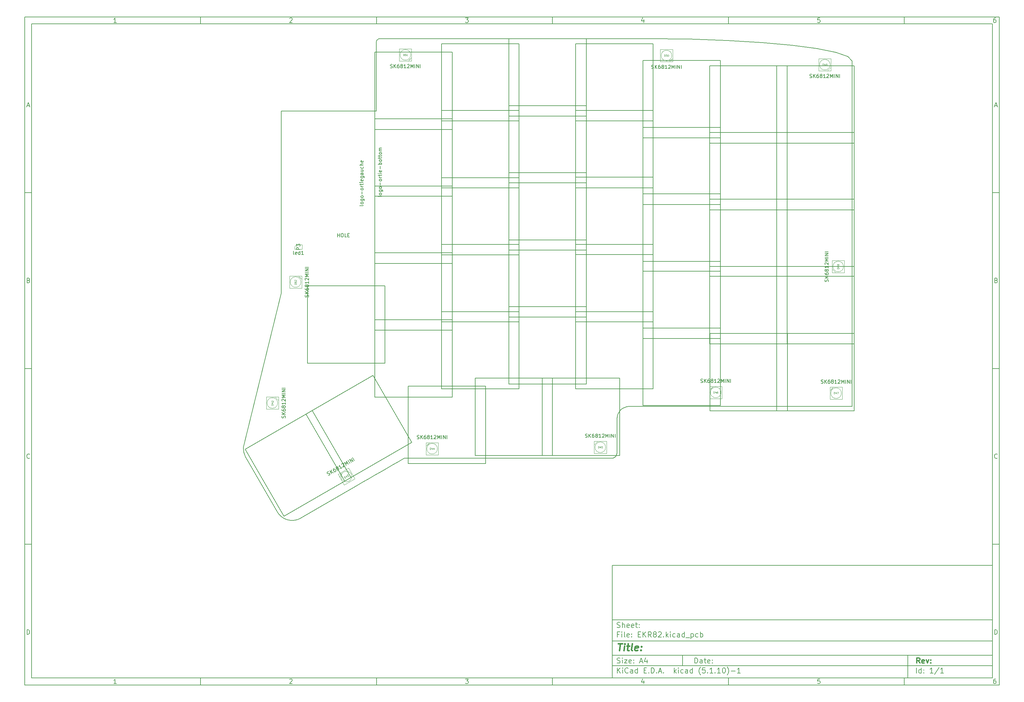
<source format=gbr>
G04 #@! TF.GenerationSoftware,KiCad,Pcbnew,(5.1.10)-1*
G04 #@! TF.CreationDate,2021-06-09T20:37:38+02:00*
G04 #@! TF.ProjectId,EKR82,454b5238-322e-46b6-9963-61645f706362,rev?*
G04 #@! TF.SameCoordinates,Original*
G04 #@! TF.FileFunction,Other,Fab,Top*
%FSLAX46Y46*%
G04 Gerber Fmt 4.6, Leading zero omitted, Abs format (unit mm)*
G04 Created by KiCad (PCBNEW (5.1.10)-1) date 2021-06-09 20:37:38*
%MOMM*%
%LPD*%
G01*
G04 APERTURE LIST*
%ADD10C,0.100000*%
%ADD11C,0.150000*%
%ADD12C,0.300000*%
%ADD13C,0.400000*%
G04 #@! TA.AperFunction,Profile*
%ADD14C,0.150000*%
G04 #@! TD*
G04 #@! TA.AperFunction,Profile*
%ADD15C,0.200000*%
G04 #@! TD*
G04 APERTURE END LIST*
D10*
D11*
X177002200Y-166007200D02*
X177002200Y-198007200D01*
X285002200Y-198007200D01*
X285002200Y-166007200D01*
X177002200Y-166007200D01*
D10*
D11*
X10000000Y-10000000D02*
X10000000Y-200007200D01*
X287002200Y-200007200D01*
X287002200Y-10000000D01*
X10000000Y-10000000D01*
D10*
D11*
X12000000Y-12000000D02*
X12000000Y-198007200D01*
X285002200Y-198007200D01*
X285002200Y-12000000D01*
X12000000Y-12000000D01*
D10*
D11*
X60000000Y-12000000D02*
X60000000Y-10000000D01*
D10*
D11*
X110000000Y-12000000D02*
X110000000Y-10000000D01*
D10*
D11*
X160000000Y-12000000D02*
X160000000Y-10000000D01*
D10*
D11*
X210000000Y-12000000D02*
X210000000Y-10000000D01*
D10*
D11*
X260000000Y-12000000D02*
X260000000Y-10000000D01*
D10*
D11*
X36065476Y-11588095D02*
X35322619Y-11588095D01*
X35694047Y-11588095D02*
X35694047Y-10288095D01*
X35570238Y-10473809D01*
X35446428Y-10597619D01*
X35322619Y-10659523D01*
D10*
D11*
X85322619Y-10411904D02*
X85384523Y-10350000D01*
X85508333Y-10288095D01*
X85817857Y-10288095D01*
X85941666Y-10350000D01*
X86003571Y-10411904D01*
X86065476Y-10535714D01*
X86065476Y-10659523D01*
X86003571Y-10845238D01*
X85260714Y-11588095D01*
X86065476Y-11588095D01*
D10*
D11*
X135260714Y-10288095D02*
X136065476Y-10288095D01*
X135632142Y-10783333D01*
X135817857Y-10783333D01*
X135941666Y-10845238D01*
X136003571Y-10907142D01*
X136065476Y-11030952D01*
X136065476Y-11340476D01*
X136003571Y-11464285D01*
X135941666Y-11526190D01*
X135817857Y-11588095D01*
X135446428Y-11588095D01*
X135322619Y-11526190D01*
X135260714Y-11464285D01*
D10*
D11*
X185941666Y-10721428D02*
X185941666Y-11588095D01*
X185632142Y-10226190D02*
X185322619Y-11154761D01*
X186127380Y-11154761D01*
D10*
D11*
X236003571Y-10288095D02*
X235384523Y-10288095D01*
X235322619Y-10907142D01*
X235384523Y-10845238D01*
X235508333Y-10783333D01*
X235817857Y-10783333D01*
X235941666Y-10845238D01*
X236003571Y-10907142D01*
X236065476Y-11030952D01*
X236065476Y-11340476D01*
X236003571Y-11464285D01*
X235941666Y-11526190D01*
X235817857Y-11588095D01*
X235508333Y-11588095D01*
X235384523Y-11526190D01*
X235322619Y-11464285D01*
D10*
D11*
X285941666Y-10288095D02*
X285694047Y-10288095D01*
X285570238Y-10350000D01*
X285508333Y-10411904D01*
X285384523Y-10597619D01*
X285322619Y-10845238D01*
X285322619Y-11340476D01*
X285384523Y-11464285D01*
X285446428Y-11526190D01*
X285570238Y-11588095D01*
X285817857Y-11588095D01*
X285941666Y-11526190D01*
X286003571Y-11464285D01*
X286065476Y-11340476D01*
X286065476Y-11030952D01*
X286003571Y-10907142D01*
X285941666Y-10845238D01*
X285817857Y-10783333D01*
X285570238Y-10783333D01*
X285446428Y-10845238D01*
X285384523Y-10907142D01*
X285322619Y-11030952D01*
D10*
D11*
X60000000Y-198007200D02*
X60000000Y-200007200D01*
D10*
D11*
X110000000Y-198007200D02*
X110000000Y-200007200D01*
D10*
D11*
X160000000Y-198007200D02*
X160000000Y-200007200D01*
D10*
D11*
X210000000Y-198007200D02*
X210000000Y-200007200D01*
D10*
D11*
X260000000Y-198007200D02*
X260000000Y-200007200D01*
D10*
D11*
X36065476Y-199595295D02*
X35322619Y-199595295D01*
X35694047Y-199595295D02*
X35694047Y-198295295D01*
X35570238Y-198481009D01*
X35446428Y-198604819D01*
X35322619Y-198666723D01*
D10*
D11*
X85322619Y-198419104D02*
X85384523Y-198357200D01*
X85508333Y-198295295D01*
X85817857Y-198295295D01*
X85941666Y-198357200D01*
X86003571Y-198419104D01*
X86065476Y-198542914D01*
X86065476Y-198666723D01*
X86003571Y-198852438D01*
X85260714Y-199595295D01*
X86065476Y-199595295D01*
D10*
D11*
X135260714Y-198295295D02*
X136065476Y-198295295D01*
X135632142Y-198790533D01*
X135817857Y-198790533D01*
X135941666Y-198852438D01*
X136003571Y-198914342D01*
X136065476Y-199038152D01*
X136065476Y-199347676D01*
X136003571Y-199471485D01*
X135941666Y-199533390D01*
X135817857Y-199595295D01*
X135446428Y-199595295D01*
X135322619Y-199533390D01*
X135260714Y-199471485D01*
D10*
D11*
X185941666Y-198728628D02*
X185941666Y-199595295D01*
X185632142Y-198233390D02*
X185322619Y-199161961D01*
X186127380Y-199161961D01*
D10*
D11*
X236003571Y-198295295D02*
X235384523Y-198295295D01*
X235322619Y-198914342D01*
X235384523Y-198852438D01*
X235508333Y-198790533D01*
X235817857Y-198790533D01*
X235941666Y-198852438D01*
X236003571Y-198914342D01*
X236065476Y-199038152D01*
X236065476Y-199347676D01*
X236003571Y-199471485D01*
X235941666Y-199533390D01*
X235817857Y-199595295D01*
X235508333Y-199595295D01*
X235384523Y-199533390D01*
X235322619Y-199471485D01*
D10*
D11*
X285941666Y-198295295D02*
X285694047Y-198295295D01*
X285570238Y-198357200D01*
X285508333Y-198419104D01*
X285384523Y-198604819D01*
X285322619Y-198852438D01*
X285322619Y-199347676D01*
X285384523Y-199471485D01*
X285446428Y-199533390D01*
X285570238Y-199595295D01*
X285817857Y-199595295D01*
X285941666Y-199533390D01*
X286003571Y-199471485D01*
X286065476Y-199347676D01*
X286065476Y-199038152D01*
X286003571Y-198914342D01*
X285941666Y-198852438D01*
X285817857Y-198790533D01*
X285570238Y-198790533D01*
X285446428Y-198852438D01*
X285384523Y-198914342D01*
X285322619Y-199038152D01*
D10*
D11*
X10000000Y-60000000D02*
X12000000Y-60000000D01*
D10*
D11*
X10000000Y-110000000D02*
X12000000Y-110000000D01*
D10*
D11*
X10000000Y-160000000D02*
X12000000Y-160000000D01*
D10*
D11*
X10690476Y-35216666D02*
X11309523Y-35216666D01*
X10566666Y-35588095D02*
X11000000Y-34288095D01*
X11433333Y-35588095D01*
D10*
D11*
X11092857Y-84907142D02*
X11278571Y-84969047D01*
X11340476Y-85030952D01*
X11402380Y-85154761D01*
X11402380Y-85340476D01*
X11340476Y-85464285D01*
X11278571Y-85526190D01*
X11154761Y-85588095D01*
X10659523Y-85588095D01*
X10659523Y-84288095D01*
X11092857Y-84288095D01*
X11216666Y-84350000D01*
X11278571Y-84411904D01*
X11340476Y-84535714D01*
X11340476Y-84659523D01*
X11278571Y-84783333D01*
X11216666Y-84845238D01*
X11092857Y-84907142D01*
X10659523Y-84907142D01*
D10*
D11*
X11402380Y-135464285D02*
X11340476Y-135526190D01*
X11154761Y-135588095D01*
X11030952Y-135588095D01*
X10845238Y-135526190D01*
X10721428Y-135402380D01*
X10659523Y-135278571D01*
X10597619Y-135030952D01*
X10597619Y-134845238D01*
X10659523Y-134597619D01*
X10721428Y-134473809D01*
X10845238Y-134350000D01*
X11030952Y-134288095D01*
X11154761Y-134288095D01*
X11340476Y-134350000D01*
X11402380Y-134411904D01*
D10*
D11*
X10659523Y-185588095D02*
X10659523Y-184288095D01*
X10969047Y-184288095D01*
X11154761Y-184350000D01*
X11278571Y-184473809D01*
X11340476Y-184597619D01*
X11402380Y-184845238D01*
X11402380Y-185030952D01*
X11340476Y-185278571D01*
X11278571Y-185402380D01*
X11154761Y-185526190D01*
X10969047Y-185588095D01*
X10659523Y-185588095D01*
D10*
D11*
X287002200Y-60000000D02*
X285002200Y-60000000D01*
D10*
D11*
X287002200Y-110000000D02*
X285002200Y-110000000D01*
D10*
D11*
X287002200Y-160000000D02*
X285002200Y-160000000D01*
D10*
D11*
X285692676Y-35216666D02*
X286311723Y-35216666D01*
X285568866Y-35588095D02*
X286002200Y-34288095D01*
X286435533Y-35588095D01*
D10*
D11*
X286095057Y-84907142D02*
X286280771Y-84969047D01*
X286342676Y-85030952D01*
X286404580Y-85154761D01*
X286404580Y-85340476D01*
X286342676Y-85464285D01*
X286280771Y-85526190D01*
X286156961Y-85588095D01*
X285661723Y-85588095D01*
X285661723Y-84288095D01*
X286095057Y-84288095D01*
X286218866Y-84350000D01*
X286280771Y-84411904D01*
X286342676Y-84535714D01*
X286342676Y-84659523D01*
X286280771Y-84783333D01*
X286218866Y-84845238D01*
X286095057Y-84907142D01*
X285661723Y-84907142D01*
D10*
D11*
X286404580Y-135464285D02*
X286342676Y-135526190D01*
X286156961Y-135588095D01*
X286033152Y-135588095D01*
X285847438Y-135526190D01*
X285723628Y-135402380D01*
X285661723Y-135278571D01*
X285599819Y-135030952D01*
X285599819Y-134845238D01*
X285661723Y-134597619D01*
X285723628Y-134473809D01*
X285847438Y-134350000D01*
X286033152Y-134288095D01*
X286156961Y-134288095D01*
X286342676Y-134350000D01*
X286404580Y-134411904D01*
D10*
D11*
X285661723Y-185588095D02*
X285661723Y-184288095D01*
X285971247Y-184288095D01*
X286156961Y-184350000D01*
X286280771Y-184473809D01*
X286342676Y-184597619D01*
X286404580Y-184845238D01*
X286404580Y-185030952D01*
X286342676Y-185278571D01*
X286280771Y-185402380D01*
X286156961Y-185526190D01*
X285971247Y-185588095D01*
X285661723Y-185588095D01*
D10*
D11*
X200434342Y-193785771D02*
X200434342Y-192285771D01*
X200791485Y-192285771D01*
X201005771Y-192357200D01*
X201148628Y-192500057D01*
X201220057Y-192642914D01*
X201291485Y-192928628D01*
X201291485Y-193142914D01*
X201220057Y-193428628D01*
X201148628Y-193571485D01*
X201005771Y-193714342D01*
X200791485Y-193785771D01*
X200434342Y-193785771D01*
X202577200Y-193785771D02*
X202577200Y-193000057D01*
X202505771Y-192857200D01*
X202362914Y-192785771D01*
X202077200Y-192785771D01*
X201934342Y-192857200D01*
X202577200Y-193714342D02*
X202434342Y-193785771D01*
X202077200Y-193785771D01*
X201934342Y-193714342D01*
X201862914Y-193571485D01*
X201862914Y-193428628D01*
X201934342Y-193285771D01*
X202077200Y-193214342D01*
X202434342Y-193214342D01*
X202577200Y-193142914D01*
X203077200Y-192785771D02*
X203648628Y-192785771D01*
X203291485Y-192285771D02*
X203291485Y-193571485D01*
X203362914Y-193714342D01*
X203505771Y-193785771D01*
X203648628Y-193785771D01*
X204720057Y-193714342D02*
X204577200Y-193785771D01*
X204291485Y-193785771D01*
X204148628Y-193714342D01*
X204077200Y-193571485D01*
X204077200Y-193000057D01*
X204148628Y-192857200D01*
X204291485Y-192785771D01*
X204577200Y-192785771D01*
X204720057Y-192857200D01*
X204791485Y-193000057D01*
X204791485Y-193142914D01*
X204077200Y-193285771D01*
X205434342Y-193642914D02*
X205505771Y-193714342D01*
X205434342Y-193785771D01*
X205362914Y-193714342D01*
X205434342Y-193642914D01*
X205434342Y-193785771D01*
X205434342Y-192857200D02*
X205505771Y-192928628D01*
X205434342Y-193000057D01*
X205362914Y-192928628D01*
X205434342Y-192857200D01*
X205434342Y-193000057D01*
D10*
D11*
X177002200Y-194507200D02*
X285002200Y-194507200D01*
D10*
D11*
X178434342Y-196585771D02*
X178434342Y-195085771D01*
X179291485Y-196585771D02*
X178648628Y-195728628D01*
X179291485Y-195085771D02*
X178434342Y-195942914D01*
X179934342Y-196585771D02*
X179934342Y-195585771D01*
X179934342Y-195085771D02*
X179862914Y-195157200D01*
X179934342Y-195228628D01*
X180005771Y-195157200D01*
X179934342Y-195085771D01*
X179934342Y-195228628D01*
X181505771Y-196442914D02*
X181434342Y-196514342D01*
X181220057Y-196585771D01*
X181077200Y-196585771D01*
X180862914Y-196514342D01*
X180720057Y-196371485D01*
X180648628Y-196228628D01*
X180577200Y-195942914D01*
X180577200Y-195728628D01*
X180648628Y-195442914D01*
X180720057Y-195300057D01*
X180862914Y-195157200D01*
X181077200Y-195085771D01*
X181220057Y-195085771D01*
X181434342Y-195157200D01*
X181505771Y-195228628D01*
X182791485Y-196585771D02*
X182791485Y-195800057D01*
X182720057Y-195657200D01*
X182577200Y-195585771D01*
X182291485Y-195585771D01*
X182148628Y-195657200D01*
X182791485Y-196514342D02*
X182648628Y-196585771D01*
X182291485Y-196585771D01*
X182148628Y-196514342D01*
X182077200Y-196371485D01*
X182077200Y-196228628D01*
X182148628Y-196085771D01*
X182291485Y-196014342D01*
X182648628Y-196014342D01*
X182791485Y-195942914D01*
X184148628Y-196585771D02*
X184148628Y-195085771D01*
X184148628Y-196514342D02*
X184005771Y-196585771D01*
X183720057Y-196585771D01*
X183577200Y-196514342D01*
X183505771Y-196442914D01*
X183434342Y-196300057D01*
X183434342Y-195871485D01*
X183505771Y-195728628D01*
X183577200Y-195657200D01*
X183720057Y-195585771D01*
X184005771Y-195585771D01*
X184148628Y-195657200D01*
X186005771Y-195800057D02*
X186505771Y-195800057D01*
X186720057Y-196585771D02*
X186005771Y-196585771D01*
X186005771Y-195085771D01*
X186720057Y-195085771D01*
X187362914Y-196442914D02*
X187434342Y-196514342D01*
X187362914Y-196585771D01*
X187291485Y-196514342D01*
X187362914Y-196442914D01*
X187362914Y-196585771D01*
X188077200Y-196585771D02*
X188077200Y-195085771D01*
X188434342Y-195085771D01*
X188648628Y-195157200D01*
X188791485Y-195300057D01*
X188862914Y-195442914D01*
X188934342Y-195728628D01*
X188934342Y-195942914D01*
X188862914Y-196228628D01*
X188791485Y-196371485D01*
X188648628Y-196514342D01*
X188434342Y-196585771D01*
X188077200Y-196585771D01*
X189577200Y-196442914D02*
X189648628Y-196514342D01*
X189577200Y-196585771D01*
X189505771Y-196514342D01*
X189577200Y-196442914D01*
X189577200Y-196585771D01*
X190220057Y-196157200D02*
X190934342Y-196157200D01*
X190077200Y-196585771D02*
X190577200Y-195085771D01*
X191077200Y-196585771D01*
X191577200Y-196442914D02*
X191648628Y-196514342D01*
X191577200Y-196585771D01*
X191505771Y-196514342D01*
X191577200Y-196442914D01*
X191577200Y-196585771D01*
X194577200Y-196585771D02*
X194577200Y-195085771D01*
X194720057Y-196014342D02*
X195148628Y-196585771D01*
X195148628Y-195585771D02*
X194577200Y-196157200D01*
X195791485Y-196585771D02*
X195791485Y-195585771D01*
X195791485Y-195085771D02*
X195720057Y-195157200D01*
X195791485Y-195228628D01*
X195862914Y-195157200D01*
X195791485Y-195085771D01*
X195791485Y-195228628D01*
X197148628Y-196514342D02*
X197005771Y-196585771D01*
X196720057Y-196585771D01*
X196577200Y-196514342D01*
X196505771Y-196442914D01*
X196434342Y-196300057D01*
X196434342Y-195871485D01*
X196505771Y-195728628D01*
X196577200Y-195657200D01*
X196720057Y-195585771D01*
X197005771Y-195585771D01*
X197148628Y-195657200D01*
X198434342Y-196585771D02*
X198434342Y-195800057D01*
X198362914Y-195657200D01*
X198220057Y-195585771D01*
X197934342Y-195585771D01*
X197791485Y-195657200D01*
X198434342Y-196514342D02*
X198291485Y-196585771D01*
X197934342Y-196585771D01*
X197791485Y-196514342D01*
X197720057Y-196371485D01*
X197720057Y-196228628D01*
X197791485Y-196085771D01*
X197934342Y-196014342D01*
X198291485Y-196014342D01*
X198434342Y-195942914D01*
X199791485Y-196585771D02*
X199791485Y-195085771D01*
X199791485Y-196514342D02*
X199648628Y-196585771D01*
X199362914Y-196585771D01*
X199220057Y-196514342D01*
X199148628Y-196442914D01*
X199077200Y-196300057D01*
X199077200Y-195871485D01*
X199148628Y-195728628D01*
X199220057Y-195657200D01*
X199362914Y-195585771D01*
X199648628Y-195585771D01*
X199791485Y-195657200D01*
X202077200Y-197157200D02*
X202005771Y-197085771D01*
X201862914Y-196871485D01*
X201791485Y-196728628D01*
X201720057Y-196514342D01*
X201648628Y-196157200D01*
X201648628Y-195871485D01*
X201720057Y-195514342D01*
X201791485Y-195300057D01*
X201862914Y-195157200D01*
X202005771Y-194942914D01*
X202077200Y-194871485D01*
X203362914Y-195085771D02*
X202648628Y-195085771D01*
X202577200Y-195800057D01*
X202648628Y-195728628D01*
X202791485Y-195657200D01*
X203148628Y-195657200D01*
X203291485Y-195728628D01*
X203362914Y-195800057D01*
X203434342Y-195942914D01*
X203434342Y-196300057D01*
X203362914Y-196442914D01*
X203291485Y-196514342D01*
X203148628Y-196585771D01*
X202791485Y-196585771D01*
X202648628Y-196514342D01*
X202577200Y-196442914D01*
X204077200Y-196442914D02*
X204148628Y-196514342D01*
X204077200Y-196585771D01*
X204005771Y-196514342D01*
X204077200Y-196442914D01*
X204077200Y-196585771D01*
X205577200Y-196585771D02*
X204720057Y-196585771D01*
X205148628Y-196585771D02*
X205148628Y-195085771D01*
X205005771Y-195300057D01*
X204862914Y-195442914D01*
X204720057Y-195514342D01*
X206220057Y-196442914D02*
X206291485Y-196514342D01*
X206220057Y-196585771D01*
X206148628Y-196514342D01*
X206220057Y-196442914D01*
X206220057Y-196585771D01*
X207720057Y-196585771D02*
X206862914Y-196585771D01*
X207291485Y-196585771D02*
X207291485Y-195085771D01*
X207148628Y-195300057D01*
X207005771Y-195442914D01*
X206862914Y-195514342D01*
X208648628Y-195085771D02*
X208791485Y-195085771D01*
X208934342Y-195157200D01*
X209005771Y-195228628D01*
X209077200Y-195371485D01*
X209148628Y-195657200D01*
X209148628Y-196014342D01*
X209077200Y-196300057D01*
X209005771Y-196442914D01*
X208934342Y-196514342D01*
X208791485Y-196585771D01*
X208648628Y-196585771D01*
X208505771Y-196514342D01*
X208434342Y-196442914D01*
X208362914Y-196300057D01*
X208291485Y-196014342D01*
X208291485Y-195657200D01*
X208362914Y-195371485D01*
X208434342Y-195228628D01*
X208505771Y-195157200D01*
X208648628Y-195085771D01*
X209648628Y-197157200D02*
X209720057Y-197085771D01*
X209862914Y-196871485D01*
X209934342Y-196728628D01*
X210005771Y-196514342D01*
X210077200Y-196157200D01*
X210077200Y-195871485D01*
X210005771Y-195514342D01*
X209934342Y-195300057D01*
X209862914Y-195157200D01*
X209720057Y-194942914D01*
X209648628Y-194871485D01*
X210791485Y-196014342D02*
X211934342Y-196014342D01*
X213434342Y-196585771D02*
X212577200Y-196585771D01*
X213005771Y-196585771D02*
X213005771Y-195085771D01*
X212862914Y-195300057D01*
X212720057Y-195442914D01*
X212577200Y-195514342D01*
D10*
D11*
X177002200Y-191507200D02*
X285002200Y-191507200D01*
D10*
D12*
X264411485Y-193785771D02*
X263911485Y-193071485D01*
X263554342Y-193785771D02*
X263554342Y-192285771D01*
X264125771Y-192285771D01*
X264268628Y-192357200D01*
X264340057Y-192428628D01*
X264411485Y-192571485D01*
X264411485Y-192785771D01*
X264340057Y-192928628D01*
X264268628Y-193000057D01*
X264125771Y-193071485D01*
X263554342Y-193071485D01*
X265625771Y-193714342D02*
X265482914Y-193785771D01*
X265197200Y-193785771D01*
X265054342Y-193714342D01*
X264982914Y-193571485D01*
X264982914Y-193000057D01*
X265054342Y-192857200D01*
X265197200Y-192785771D01*
X265482914Y-192785771D01*
X265625771Y-192857200D01*
X265697200Y-193000057D01*
X265697200Y-193142914D01*
X264982914Y-193285771D01*
X266197200Y-192785771D02*
X266554342Y-193785771D01*
X266911485Y-192785771D01*
X267482914Y-193642914D02*
X267554342Y-193714342D01*
X267482914Y-193785771D01*
X267411485Y-193714342D01*
X267482914Y-193642914D01*
X267482914Y-193785771D01*
X267482914Y-192857200D02*
X267554342Y-192928628D01*
X267482914Y-193000057D01*
X267411485Y-192928628D01*
X267482914Y-192857200D01*
X267482914Y-193000057D01*
D10*
D11*
X178362914Y-193714342D02*
X178577200Y-193785771D01*
X178934342Y-193785771D01*
X179077200Y-193714342D01*
X179148628Y-193642914D01*
X179220057Y-193500057D01*
X179220057Y-193357200D01*
X179148628Y-193214342D01*
X179077200Y-193142914D01*
X178934342Y-193071485D01*
X178648628Y-193000057D01*
X178505771Y-192928628D01*
X178434342Y-192857200D01*
X178362914Y-192714342D01*
X178362914Y-192571485D01*
X178434342Y-192428628D01*
X178505771Y-192357200D01*
X178648628Y-192285771D01*
X179005771Y-192285771D01*
X179220057Y-192357200D01*
X179862914Y-193785771D02*
X179862914Y-192785771D01*
X179862914Y-192285771D02*
X179791485Y-192357200D01*
X179862914Y-192428628D01*
X179934342Y-192357200D01*
X179862914Y-192285771D01*
X179862914Y-192428628D01*
X180434342Y-192785771D02*
X181220057Y-192785771D01*
X180434342Y-193785771D01*
X181220057Y-193785771D01*
X182362914Y-193714342D02*
X182220057Y-193785771D01*
X181934342Y-193785771D01*
X181791485Y-193714342D01*
X181720057Y-193571485D01*
X181720057Y-193000057D01*
X181791485Y-192857200D01*
X181934342Y-192785771D01*
X182220057Y-192785771D01*
X182362914Y-192857200D01*
X182434342Y-193000057D01*
X182434342Y-193142914D01*
X181720057Y-193285771D01*
X183077200Y-193642914D02*
X183148628Y-193714342D01*
X183077200Y-193785771D01*
X183005771Y-193714342D01*
X183077200Y-193642914D01*
X183077200Y-193785771D01*
X183077200Y-192857200D02*
X183148628Y-192928628D01*
X183077200Y-193000057D01*
X183005771Y-192928628D01*
X183077200Y-192857200D01*
X183077200Y-193000057D01*
X184862914Y-193357200D02*
X185577200Y-193357200D01*
X184720057Y-193785771D02*
X185220057Y-192285771D01*
X185720057Y-193785771D01*
X186862914Y-192785771D02*
X186862914Y-193785771D01*
X186505771Y-192214342D02*
X186148628Y-193285771D01*
X187077200Y-193285771D01*
D10*
D11*
X263434342Y-196585771D02*
X263434342Y-195085771D01*
X264791485Y-196585771D02*
X264791485Y-195085771D01*
X264791485Y-196514342D02*
X264648628Y-196585771D01*
X264362914Y-196585771D01*
X264220057Y-196514342D01*
X264148628Y-196442914D01*
X264077200Y-196300057D01*
X264077200Y-195871485D01*
X264148628Y-195728628D01*
X264220057Y-195657200D01*
X264362914Y-195585771D01*
X264648628Y-195585771D01*
X264791485Y-195657200D01*
X265505771Y-196442914D02*
X265577200Y-196514342D01*
X265505771Y-196585771D01*
X265434342Y-196514342D01*
X265505771Y-196442914D01*
X265505771Y-196585771D01*
X265505771Y-195657200D02*
X265577200Y-195728628D01*
X265505771Y-195800057D01*
X265434342Y-195728628D01*
X265505771Y-195657200D01*
X265505771Y-195800057D01*
X268148628Y-196585771D02*
X267291485Y-196585771D01*
X267720057Y-196585771D02*
X267720057Y-195085771D01*
X267577200Y-195300057D01*
X267434342Y-195442914D01*
X267291485Y-195514342D01*
X269862914Y-195014342D02*
X268577200Y-196942914D01*
X271148628Y-196585771D02*
X270291485Y-196585771D01*
X270720057Y-196585771D02*
X270720057Y-195085771D01*
X270577200Y-195300057D01*
X270434342Y-195442914D01*
X270291485Y-195514342D01*
D10*
D11*
X177002200Y-187507200D02*
X285002200Y-187507200D01*
D10*
D13*
X178714580Y-188211961D02*
X179857438Y-188211961D01*
X179036009Y-190211961D02*
X179286009Y-188211961D01*
X180274104Y-190211961D02*
X180440771Y-188878628D01*
X180524104Y-188211961D02*
X180416961Y-188307200D01*
X180500295Y-188402438D01*
X180607438Y-188307200D01*
X180524104Y-188211961D01*
X180500295Y-188402438D01*
X181107438Y-188878628D02*
X181869342Y-188878628D01*
X181476485Y-188211961D02*
X181262200Y-189926247D01*
X181333628Y-190116723D01*
X181512200Y-190211961D01*
X181702676Y-190211961D01*
X182655057Y-190211961D02*
X182476485Y-190116723D01*
X182405057Y-189926247D01*
X182619342Y-188211961D01*
X184190771Y-190116723D02*
X183988390Y-190211961D01*
X183607438Y-190211961D01*
X183428866Y-190116723D01*
X183357438Y-189926247D01*
X183452676Y-189164342D01*
X183571723Y-188973866D01*
X183774104Y-188878628D01*
X184155057Y-188878628D01*
X184333628Y-188973866D01*
X184405057Y-189164342D01*
X184381247Y-189354819D01*
X183405057Y-189545295D01*
X185155057Y-190021485D02*
X185238390Y-190116723D01*
X185131247Y-190211961D01*
X185047914Y-190116723D01*
X185155057Y-190021485D01*
X185131247Y-190211961D01*
X185286009Y-188973866D02*
X185369342Y-189069104D01*
X185262200Y-189164342D01*
X185178866Y-189069104D01*
X185286009Y-188973866D01*
X185262200Y-189164342D01*
D10*
D11*
X178934342Y-185600057D02*
X178434342Y-185600057D01*
X178434342Y-186385771D02*
X178434342Y-184885771D01*
X179148628Y-184885771D01*
X179720057Y-186385771D02*
X179720057Y-185385771D01*
X179720057Y-184885771D02*
X179648628Y-184957200D01*
X179720057Y-185028628D01*
X179791485Y-184957200D01*
X179720057Y-184885771D01*
X179720057Y-185028628D01*
X180648628Y-186385771D02*
X180505771Y-186314342D01*
X180434342Y-186171485D01*
X180434342Y-184885771D01*
X181791485Y-186314342D02*
X181648628Y-186385771D01*
X181362914Y-186385771D01*
X181220057Y-186314342D01*
X181148628Y-186171485D01*
X181148628Y-185600057D01*
X181220057Y-185457200D01*
X181362914Y-185385771D01*
X181648628Y-185385771D01*
X181791485Y-185457200D01*
X181862914Y-185600057D01*
X181862914Y-185742914D01*
X181148628Y-185885771D01*
X182505771Y-186242914D02*
X182577200Y-186314342D01*
X182505771Y-186385771D01*
X182434342Y-186314342D01*
X182505771Y-186242914D01*
X182505771Y-186385771D01*
X182505771Y-185457200D02*
X182577200Y-185528628D01*
X182505771Y-185600057D01*
X182434342Y-185528628D01*
X182505771Y-185457200D01*
X182505771Y-185600057D01*
X184362914Y-185600057D02*
X184862914Y-185600057D01*
X185077200Y-186385771D02*
X184362914Y-186385771D01*
X184362914Y-184885771D01*
X185077200Y-184885771D01*
X185720057Y-186385771D02*
X185720057Y-184885771D01*
X186577200Y-186385771D02*
X185934342Y-185528628D01*
X186577200Y-184885771D02*
X185720057Y-185742914D01*
X188077200Y-186385771D02*
X187577200Y-185671485D01*
X187220057Y-186385771D02*
X187220057Y-184885771D01*
X187791485Y-184885771D01*
X187934342Y-184957200D01*
X188005771Y-185028628D01*
X188077200Y-185171485D01*
X188077200Y-185385771D01*
X188005771Y-185528628D01*
X187934342Y-185600057D01*
X187791485Y-185671485D01*
X187220057Y-185671485D01*
X188934342Y-185528628D02*
X188791485Y-185457200D01*
X188720057Y-185385771D01*
X188648628Y-185242914D01*
X188648628Y-185171485D01*
X188720057Y-185028628D01*
X188791485Y-184957200D01*
X188934342Y-184885771D01*
X189220057Y-184885771D01*
X189362914Y-184957200D01*
X189434342Y-185028628D01*
X189505771Y-185171485D01*
X189505771Y-185242914D01*
X189434342Y-185385771D01*
X189362914Y-185457200D01*
X189220057Y-185528628D01*
X188934342Y-185528628D01*
X188791485Y-185600057D01*
X188720057Y-185671485D01*
X188648628Y-185814342D01*
X188648628Y-186100057D01*
X188720057Y-186242914D01*
X188791485Y-186314342D01*
X188934342Y-186385771D01*
X189220057Y-186385771D01*
X189362914Y-186314342D01*
X189434342Y-186242914D01*
X189505771Y-186100057D01*
X189505771Y-185814342D01*
X189434342Y-185671485D01*
X189362914Y-185600057D01*
X189220057Y-185528628D01*
X190077200Y-185028628D02*
X190148628Y-184957200D01*
X190291485Y-184885771D01*
X190648628Y-184885771D01*
X190791485Y-184957200D01*
X190862914Y-185028628D01*
X190934342Y-185171485D01*
X190934342Y-185314342D01*
X190862914Y-185528628D01*
X190005771Y-186385771D01*
X190934342Y-186385771D01*
X191577200Y-186242914D02*
X191648628Y-186314342D01*
X191577200Y-186385771D01*
X191505771Y-186314342D01*
X191577200Y-186242914D01*
X191577200Y-186385771D01*
X192291485Y-186385771D02*
X192291485Y-184885771D01*
X192434342Y-185814342D02*
X192862914Y-186385771D01*
X192862914Y-185385771D02*
X192291485Y-185957200D01*
X193505771Y-186385771D02*
X193505771Y-185385771D01*
X193505771Y-184885771D02*
X193434342Y-184957200D01*
X193505771Y-185028628D01*
X193577200Y-184957200D01*
X193505771Y-184885771D01*
X193505771Y-185028628D01*
X194862914Y-186314342D02*
X194720057Y-186385771D01*
X194434342Y-186385771D01*
X194291485Y-186314342D01*
X194220057Y-186242914D01*
X194148628Y-186100057D01*
X194148628Y-185671485D01*
X194220057Y-185528628D01*
X194291485Y-185457200D01*
X194434342Y-185385771D01*
X194720057Y-185385771D01*
X194862914Y-185457200D01*
X196148628Y-186385771D02*
X196148628Y-185600057D01*
X196077200Y-185457200D01*
X195934342Y-185385771D01*
X195648628Y-185385771D01*
X195505771Y-185457200D01*
X196148628Y-186314342D02*
X196005771Y-186385771D01*
X195648628Y-186385771D01*
X195505771Y-186314342D01*
X195434342Y-186171485D01*
X195434342Y-186028628D01*
X195505771Y-185885771D01*
X195648628Y-185814342D01*
X196005771Y-185814342D01*
X196148628Y-185742914D01*
X197505771Y-186385771D02*
X197505771Y-184885771D01*
X197505771Y-186314342D02*
X197362914Y-186385771D01*
X197077200Y-186385771D01*
X196934342Y-186314342D01*
X196862914Y-186242914D01*
X196791485Y-186100057D01*
X196791485Y-185671485D01*
X196862914Y-185528628D01*
X196934342Y-185457200D01*
X197077200Y-185385771D01*
X197362914Y-185385771D01*
X197505771Y-185457200D01*
X197862914Y-186528628D02*
X199005771Y-186528628D01*
X199362914Y-185385771D02*
X199362914Y-186885771D01*
X199362914Y-185457200D02*
X199505771Y-185385771D01*
X199791485Y-185385771D01*
X199934342Y-185457200D01*
X200005771Y-185528628D01*
X200077200Y-185671485D01*
X200077200Y-186100057D01*
X200005771Y-186242914D01*
X199934342Y-186314342D01*
X199791485Y-186385771D01*
X199505771Y-186385771D01*
X199362914Y-186314342D01*
X201362914Y-186314342D02*
X201220057Y-186385771D01*
X200934342Y-186385771D01*
X200791485Y-186314342D01*
X200720057Y-186242914D01*
X200648628Y-186100057D01*
X200648628Y-185671485D01*
X200720057Y-185528628D01*
X200791485Y-185457200D01*
X200934342Y-185385771D01*
X201220057Y-185385771D01*
X201362914Y-185457200D01*
X202005771Y-186385771D02*
X202005771Y-184885771D01*
X202005771Y-185457200D02*
X202148628Y-185385771D01*
X202434342Y-185385771D01*
X202577200Y-185457200D01*
X202648628Y-185528628D01*
X202720057Y-185671485D01*
X202720057Y-186100057D01*
X202648628Y-186242914D01*
X202577200Y-186314342D01*
X202434342Y-186385771D01*
X202148628Y-186385771D01*
X202005771Y-186314342D01*
D10*
D11*
X177002200Y-181507200D02*
X285002200Y-181507200D01*
D10*
D11*
X178362914Y-183614342D02*
X178577200Y-183685771D01*
X178934342Y-183685771D01*
X179077200Y-183614342D01*
X179148628Y-183542914D01*
X179220057Y-183400057D01*
X179220057Y-183257200D01*
X179148628Y-183114342D01*
X179077200Y-183042914D01*
X178934342Y-182971485D01*
X178648628Y-182900057D01*
X178505771Y-182828628D01*
X178434342Y-182757200D01*
X178362914Y-182614342D01*
X178362914Y-182471485D01*
X178434342Y-182328628D01*
X178505771Y-182257200D01*
X178648628Y-182185771D01*
X179005771Y-182185771D01*
X179220057Y-182257200D01*
X179862914Y-183685771D02*
X179862914Y-182185771D01*
X180505771Y-183685771D02*
X180505771Y-182900057D01*
X180434342Y-182757200D01*
X180291485Y-182685771D01*
X180077200Y-182685771D01*
X179934342Y-182757200D01*
X179862914Y-182828628D01*
X181791485Y-183614342D02*
X181648628Y-183685771D01*
X181362914Y-183685771D01*
X181220057Y-183614342D01*
X181148628Y-183471485D01*
X181148628Y-182900057D01*
X181220057Y-182757200D01*
X181362914Y-182685771D01*
X181648628Y-182685771D01*
X181791485Y-182757200D01*
X181862914Y-182900057D01*
X181862914Y-183042914D01*
X181148628Y-183185771D01*
X183077200Y-183614342D02*
X182934342Y-183685771D01*
X182648628Y-183685771D01*
X182505771Y-183614342D01*
X182434342Y-183471485D01*
X182434342Y-182900057D01*
X182505771Y-182757200D01*
X182648628Y-182685771D01*
X182934342Y-182685771D01*
X183077200Y-182757200D01*
X183148628Y-182900057D01*
X183148628Y-183042914D01*
X182434342Y-183185771D01*
X183577200Y-182685771D02*
X184148628Y-182685771D01*
X183791485Y-182185771D02*
X183791485Y-183471485D01*
X183862914Y-183614342D01*
X184005771Y-183685771D01*
X184148628Y-183685771D01*
X184648628Y-183542914D02*
X184720057Y-183614342D01*
X184648628Y-183685771D01*
X184577200Y-183614342D01*
X184648628Y-183542914D01*
X184648628Y-183685771D01*
X184648628Y-182757200D02*
X184720057Y-182828628D01*
X184648628Y-182900057D01*
X184577200Y-182828628D01*
X184648628Y-182757200D01*
X184648628Y-182900057D01*
D10*
D11*
X197002200Y-191507200D02*
X197002200Y-194507200D01*
D10*
D11*
X261002200Y-191507200D02*
X261002200Y-198007200D01*
D14*
X72674503Y-134960305D02*
G75*
G02*
X72175000Y-132325000I4376397J2194505D01*
G01*
X88345583Y-152620389D02*
G75*
G02*
X81699101Y-150634699I-2328483J4322489D01*
G01*
X72674503Y-134960305D02*
X81699101Y-150634699D01*
X104456758Y-143271756D02*
X88345583Y-152620389D01*
X245120000Y-120789735D02*
X245120000Y-22546755D01*
X223959999Y-120789735D02*
X245120000Y-120789735D01*
X109898210Y-36780000D02*
X109898210Y-17246762D01*
X82940000Y-36780000D02*
X109898210Y-36780000D01*
X82937528Y-38136762D02*
X82940000Y-36780000D01*
D15*
X240549319Y-20073847D02*
X235185697Y-18995159D01*
X235185697Y-18995159D02*
X228080758Y-18055561D01*
X116186619Y-136480784D02*
X117862313Y-135510645D01*
X114510925Y-137450923D02*
X116186619Y-136480784D01*
X82937528Y-50750629D02*
X82937528Y-44443695D01*
X82937528Y-57057562D02*
X82937528Y-50750629D01*
X142171711Y-16196762D02*
X131763877Y-16196762D01*
X218692418Y-120789735D02*
X223959999Y-120789735D01*
X213424836Y-120789735D02*
X218692418Y-120789735D01*
X208157255Y-120789735D02*
X213424836Y-120789735D01*
X202889673Y-120789735D02*
X208157255Y-120789735D01*
X197622092Y-120789735D02*
X202889673Y-120789735D01*
X192354511Y-120789735D02*
X197622092Y-120789735D01*
X187086929Y-120789735D02*
X192354511Y-120789735D01*
X181819348Y-120789735D02*
X187086929Y-120789735D01*
X181113524Y-120860778D02*
X181819348Y-120789735D01*
X180456326Y-121064561D02*
X181113524Y-120860778D01*
X179861773Y-121387065D02*
X180456326Y-121064561D01*
X179343884Y-121814271D02*
X179861773Y-121387065D01*
X178916678Y-122332160D02*
X179343884Y-121814271D01*
X178594174Y-122926713D02*
X178916678Y-122332160D01*
X178390391Y-123583911D02*
X178594174Y-122926713D01*
X178319348Y-124289735D02*
X178390391Y-123583911D01*
X219467654Y-17280488D02*
X209579538Y-16695374D01*
X228080758Y-18055561D02*
X219467654Y-17280488D01*
X198649563Y-16325654D02*
X186910881Y-16196762D01*
X209579538Y-16695374D02*
X198649563Y-16325654D01*
X177658308Y-135255660D02*
X177403500Y-135393876D01*
X177880261Y-135072571D02*
X177658308Y-135255660D01*
X178063349Y-134850619D02*
X177880261Y-135072571D01*
X178201565Y-134595810D02*
X178063349Y-134850619D01*
X178288901Y-134314154D02*
X178201565Y-134595810D01*
X178319348Y-134034052D02*
X178288901Y-134314154D01*
X82937528Y-69671429D02*
X82937528Y-63364495D01*
X82937528Y-75978362D02*
X82937528Y-69671429D01*
X82937528Y-82285296D02*
X82937528Y-75978362D01*
X82937528Y-88592229D02*
X82937528Y-82285296D01*
X131763877Y-16196762D02*
X121356044Y-16196762D01*
X152579545Y-16196762D02*
X142171711Y-16196762D01*
X162987379Y-16196762D02*
X152579545Y-16196762D01*
X173395213Y-16196762D02*
X162987379Y-16196762D01*
X186910881Y-16196762D02*
X173395213Y-16196762D01*
X110360937Y-16375961D02*
X110539303Y-16279210D01*
X110205570Y-16504123D02*
X110360937Y-16375961D01*
X110077409Y-16659489D02*
X110205570Y-16504123D01*
X109980657Y-16837855D02*
X110077409Y-16659489D01*
X109919523Y-17035015D02*
X109980657Y-16837855D01*
X109898210Y-17246762D02*
X109919523Y-17035015D01*
X110736462Y-16218075D02*
X110948210Y-16196762D01*
X110539303Y-16279210D02*
X110736462Y-16218075D01*
X121356044Y-16196762D02*
X110948210Y-16196762D01*
X82937528Y-63364495D02*
X82937528Y-57057562D01*
X82937528Y-44443695D02*
X82937528Y-38136762D01*
X82937777Y-88592317D02*
X72175000Y-132325000D01*
X112835230Y-138421062D02*
X114510925Y-137450923D01*
X111159536Y-139391201D02*
X112835230Y-138421062D01*
X109483841Y-140361340D02*
X111159536Y-139391201D01*
X107808147Y-141331479D02*
X109483841Y-140361340D01*
X106132452Y-142301617D02*
X107808147Y-141331479D01*
X104456758Y-143271756D02*
X106132452Y-142301617D01*
X169449826Y-135511658D02*
X176819348Y-135511658D01*
X162080304Y-135511658D02*
X169449826Y-135511658D01*
X154710782Y-135511658D02*
X162080304Y-135511658D01*
X147341260Y-135511658D02*
X154710782Y-135511658D01*
X139971738Y-135511658D02*
X147341260Y-135511658D01*
X132602217Y-135511658D02*
X139971738Y-135511658D01*
X125232695Y-135511658D02*
X132602217Y-135511658D01*
X117863173Y-135511658D02*
X125232695Y-135511658D01*
X178319348Y-132816013D02*
X178319348Y-134034052D01*
X178319348Y-131597973D02*
X178319348Y-132816013D01*
X178319348Y-130379933D02*
X178319348Y-131597973D01*
X178319348Y-129161894D02*
X178319348Y-130379933D01*
X178319348Y-127943854D02*
X178319348Y-129161894D01*
X178319348Y-126725814D02*
X178319348Y-127943854D01*
X178319348Y-125507775D02*
X178319348Y-126725814D01*
X178319348Y-124289735D02*
X178319348Y-125507775D01*
X177121844Y-135481211D02*
X176819348Y-135511658D01*
X177403500Y-135393876D02*
X177121844Y-135481211D01*
X243938471Y-21266190D02*
X240549319Y-20073847D01*
X245120000Y-22546755D02*
X243938471Y-21266190D01*
D11*
X245699999Y-81000000D02*
X223700000Y-81000001D01*
X223700000Y-81000001D02*
X223700001Y-103000000D01*
X223700001Y-103000000D02*
X245700000Y-102999999D01*
X245700000Y-102999999D02*
X245699999Y-81000000D01*
D10*
X86750000Y-75290000D02*
X87275000Y-74765000D01*
X86750000Y-76035000D02*
X86750000Y-75290000D01*
X88850000Y-76035000D02*
X86750000Y-76035000D01*
X88850000Y-74765000D02*
X88850000Y-76035000D01*
X87275000Y-74765000D02*
X88850000Y-74765000D01*
X88500000Y-85400000D02*
G75*
G03*
X88500000Y-85400000I-1500000J0D01*
G01*
X85250000Y-83650000D02*
X85250000Y-87150000D01*
X88750000Y-83650000D02*
X85250000Y-83650000D01*
X88750000Y-87150000D02*
X88750000Y-83650000D01*
X85250000Y-87150000D02*
X88750000Y-87150000D01*
X87750000Y-83650000D02*
X88750000Y-84650000D01*
X119700000Y-20800000D02*
G75*
G03*
X119700000Y-20800000I-1500000J0D01*
G01*
X119950000Y-19050000D02*
X116450000Y-19050000D01*
X119950000Y-22550000D02*
X119950000Y-19050000D01*
X116450000Y-22550000D02*
X119950000Y-22550000D01*
X116450000Y-19050000D02*
X116450000Y-22550000D01*
X119950000Y-21550000D02*
X118950000Y-22550000D01*
X193900000Y-21000000D02*
G75*
G03*
X193900000Y-21000000I-1500000J0D01*
G01*
X194150000Y-19250000D02*
X190650000Y-19250000D01*
X194150000Y-22750000D02*
X194150000Y-19250000D01*
X190650000Y-22750000D02*
X194150000Y-22750000D01*
X190650000Y-19250000D02*
X190650000Y-22750000D01*
X194150000Y-21750000D02*
X193150000Y-22750000D01*
X238900000Y-23600000D02*
G75*
G03*
X238900000Y-23600000I-1500000J0D01*
G01*
X239150000Y-21850000D02*
X235650000Y-21850000D01*
X239150000Y-25350000D02*
X239150000Y-21850000D01*
X235650000Y-25350000D02*
X239150000Y-25350000D01*
X235650000Y-21850000D02*
X235650000Y-25350000D01*
X239150000Y-24350000D02*
X238150000Y-25350000D01*
X242700000Y-81000000D02*
G75*
G03*
X242700000Y-81000000I-1500000J0D01*
G01*
X242950000Y-82750000D02*
X242950000Y-79250000D01*
X239450000Y-82750000D02*
X242950000Y-82750000D01*
X239450000Y-79250000D02*
X239450000Y-82750000D01*
X242950000Y-79250000D02*
X239450000Y-79250000D01*
X240450000Y-82750000D02*
X239450000Y-81750000D01*
X242100000Y-117000000D02*
G75*
G03*
X242100000Y-117000000I-1500000J0D01*
G01*
X238850000Y-118750000D02*
X242350000Y-118750000D01*
X238850000Y-115250000D02*
X238850000Y-118750000D01*
X242350000Y-115250000D02*
X238850000Y-115250000D01*
X242350000Y-118750000D02*
X242350000Y-115250000D01*
X238850000Y-116250000D02*
X239850000Y-115250000D01*
X207900000Y-116800000D02*
G75*
G03*
X207900000Y-116800000I-1500000J0D01*
G01*
X204650000Y-118550000D02*
X208150000Y-118550000D01*
X204650000Y-115050000D02*
X204650000Y-118550000D01*
X208150000Y-115050000D02*
X204650000Y-115050000D01*
X208150000Y-118550000D02*
X208150000Y-115050000D01*
X204650000Y-116050000D02*
X205650000Y-115050000D01*
X175100000Y-132400000D02*
G75*
G03*
X175100000Y-132400000I-1500000J0D01*
G01*
X171850000Y-134150000D02*
X175350000Y-134150000D01*
X171850000Y-130650000D02*
X171850000Y-134150000D01*
X175350000Y-130650000D02*
X171850000Y-130650000D01*
X175350000Y-134150000D02*
X175350000Y-130650000D01*
X171850000Y-131650000D02*
X172850000Y-130650000D01*
X127300000Y-132800000D02*
G75*
G03*
X127300000Y-132800000I-1500000J0D01*
G01*
X124050000Y-134550000D02*
X127550000Y-134550000D01*
X124050000Y-131050000D02*
X124050000Y-134550000D01*
X127550000Y-131050000D02*
X124050000Y-131050000D01*
X127550000Y-134550000D02*
X127550000Y-131050000D01*
X124050000Y-132050000D02*
X125050000Y-131050000D01*
X102946956Y-140717228D02*
G75*
G03*
X102946956Y-140717228I-1500000J0D01*
G01*
X100806412Y-143107772D02*
X103837500Y-141357772D01*
X99056412Y-140076684D02*
X100806412Y-143107772D01*
X102087500Y-138326684D02*
X99056412Y-140076684D01*
X103837500Y-141357772D02*
X102087500Y-138326684D01*
X99556412Y-140942709D02*
X99922437Y-139576684D01*
X81900000Y-119800000D02*
G75*
G03*
X81900000Y-119800000I-1500000J0D01*
G01*
X78650000Y-118050000D02*
X78650000Y-121550000D01*
X82150000Y-118050000D02*
X78650000Y-118050000D01*
X82150000Y-121550000D02*
X82150000Y-118050000D01*
X78650000Y-121550000D02*
X82150000Y-121550000D01*
X81150000Y-118050000D02*
X82150000Y-119050000D01*
D11*
X102706279Y-141026279D02*
X91706279Y-121973721D01*
X91706279Y-121973721D02*
X72653721Y-132973721D01*
X72653721Y-132973721D02*
X83653721Y-152026279D01*
X83653721Y-152026279D02*
X102706279Y-141026279D01*
X245699999Y-23900000D02*
X223700000Y-23900001D01*
X223700000Y-23900001D02*
X223700001Y-45900000D01*
X223700001Y-45900000D02*
X245700000Y-45899999D01*
X245700000Y-45899999D02*
X245699999Y-23900000D01*
X245749999Y-100000000D02*
X223750000Y-100000001D01*
X223750000Y-100000001D02*
X223750001Y-122000000D01*
X223750001Y-122000000D02*
X245750000Y-121999999D01*
X245750000Y-121999999D02*
X245749999Y-100000000D01*
X245699999Y-61800000D02*
X223700000Y-61800001D01*
X223700000Y-61800001D02*
X223700001Y-83800000D01*
X223700001Y-83800000D02*
X245700000Y-83799999D01*
X245700000Y-83799999D02*
X245699999Y-61800000D01*
X245699999Y-42900000D02*
X223700000Y-42900001D01*
X223700000Y-42900001D02*
X223700001Y-64900000D01*
X223700001Y-64900000D02*
X245700000Y-64899999D01*
X245700000Y-64899999D02*
X245699999Y-42900000D01*
X226699999Y-42900000D02*
X204700000Y-42900001D01*
X204700000Y-42900001D02*
X204700001Y-64900000D01*
X204700001Y-64900000D02*
X226700000Y-64899999D01*
X226700000Y-64899999D02*
X226699999Y-42900000D01*
X226699999Y-23900000D02*
X204700000Y-23900001D01*
X204700000Y-23900001D02*
X204700001Y-45900000D01*
X204700001Y-45900000D02*
X226700000Y-45899999D01*
X226700000Y-45899999D02*
X226699999Y-23900000D01*
X207699999Y-22400000D02*
X185700000Y-22400001D01*
X185700000Y-22400001D02*
X185700001Y-44400000D01*
X185700001Y-44400000D02*
X207700000Y-44399999D01*
X207700000Y-44399999D02*
X207699999Y-22400000D01*
X188599999Y-17600000D02*
X166600000Y-17600001D01*
X166600000Y-17600001D02*
X166600001Y-39600000D01*
X166600001Y-39600000D02*
X188600000Y-39599999D01*
X188600000Y-39599999D02*
X188599999Y-17600000D01*
X169599999Y-16210000D02*
X147600000Y-16210001D01*
X147600000Y-16210001D02*
X147600001Y-38210000D01*
X147600001Y-38210000D02*
X169600000Y-38209999D01*
X169600000Y-38209999D02*
X169599999Y-16210000D01*
X150499999Y-17600000D02*
X128500000Y-17600001D01*
X128500000Y-17600001D02*
X128500001Y-39600000D01*
X128500001Y-39600000D02*
X150500000Y-39599999D01*
X150500000Y-39599999D02*
X150499999Y-17600000D01*
X131489999Y-20000000D02*
X109490000Y-20000001D01*
X109490000Y-20000001D02*
X109490001Y-42000000D01*
X109490001Y-42000000D02*
X131490000Y-41999999D01*
X131490000Y-41999999D02*
X131489999Y-20000000D01*
X207699999Y-60300000D02*
X185700000Y-60300001D01*
X185700000Y-60300001D02*
X185700001Y-82300000D01*
X185700001Y-82300000D02*
X207700000Y-82299999D01*
X207700000Y-82299999D02*
X207699999Y-60300000D01*
X159999999Y-112750000D02*
X138000000Y-112750001D01*
X138000000Y-112750001D02*
X138000001Y-134750000D01*
X138000001Y-134750000D02*
X160000000Y-134749999D01*
X160000000Y-134749999D02*
X159999999Y-112750000D01*
X207699999Y-79500000D02*
X185700000Y-79500001D01*
X185700000Y-79500001D02*
X185700001Y-101500000D01*
X185700001Y-101500000D02*
X207700000Y-101499999D01*
X207700000Y-101499999D02*
X207699999Y-79500000D01*
X207699999Y-41400000D02*
X185700000Y-41400001D01*
X185700000Y-41400001D02*
X185700001Y-63400000D01*
X185700001Y-63400000D02*
X207700000Y-63399999D01*
X207700000Y-63399999D02*
X207699999Y-41400000D01*
X188599999Y-36600000D02*
X166600000Y-36600001D01*
X166600000Y-36600001D02*
X166600001Y-58600000D01*
X166600001Y-58600000D02*
X188600000Y-58599999D01*
X188600000Y-58599999D02*
X188599999Y-36600000D01*
X150499999Y-36600000D02*
X128500000Y-36600001D01*
X128500000Y-36600001D02*
X128500001Y-58600000D01*
X128500001Y-58600000D02*
X150500000Y-58599999D01*
X150500000Y-58599999D02*
X150499999Y-36600000D01*
X120026279Y-131026279D02*
X109026279Y-111973721D01*
X109026279Y-111973721D02*
X89973721Y-122973721D01*
X89973721Y-122973721D02*
X100973721Y-142026279D01*
X100973721Y-142026279D02*
X120026279Y-131026279D01*
X179099999Y-112750000D02*
X157100000Y-112750001D01*
X157100000Y-112750001D02*
X157100001Y-134750000D01*
X157100001Y-134750000D02*
X179100000Y-134749999D01*
X179100000Y-134749999D02*
X179099999Y-112750000D01*
X140999999Y-115000000D02*
X119000000Y-115000001D01*
X119000000Y-115000001D02*
X119000001Y-137000000D01*
X119000001Y-137000000D02*
X141000000Y-136999999D01*
X141000000Y-136999999D02*
X140999999Y-115000000D01*
X112399999Y-86500000D02*
X90400000Y-86500001D01*
X90400000Y-86500001D02*
X90400001Y-108500000D01*
X90400001Y-108500000D02*
X112400000Y-108499999D01*
X112400000Y-108499999D02*
X112399999Y-86500000D01*
X226749999Y-100000000D02*
X204750000Y-100000001D01*
X204750000Y-100000001D02*
X204750001Y-122000000D01*
X204750001Y-122000000D02*
X226750000Y-121999999D01*
X226750000Y-121999999D02*
X226749999Y-100000000D01*
X207699999Y-98500000D02*
X185700000Y-98500001D01*
X185700000Y-98500001D02*
X185700001Y-120500000D01*
X185700001Y-120500000D02*
X207700000Y-120499999D01*
X207700000Y-120499999D02*
X207699999Y-98500000D01*
X188599999Y-93800000D02*
X166600000Y-93800001D01*
X166600000Y-93800001D02*
X166600001Y-115800000D01*
X166600001Y-115800000D02*
X188600000Y-115799999D01*
X188600000Y-115799999D02*
X188599999Y-93800000D01*
X169599999Y-92400000D02*
X147600000Y-92400001D01*
X147600000Y-92400001D02*
X147600001Y-114400000D01*
X147600001Y-114400000D02*
X169600000Y-114399999D01*
X169600000Y-114399999D02*
X169599999Y-92400000D01*
X150499999Y-93800000D02*
X128500000Y-93800001D01*
X128500000Y-93800001D02*
X128500001Y-115800000D01*
X128500001Y-115800000D02*
X150500000Y-115799999D01*
X150500000Y-115799999D02*
X150499999Y-93800000D01*
X131499999Y-96100000D02*
X109500000Y-96100001D01*
X109500000Y-96100001D02*
X109500001Y-118100000D01*
X109500001Y-118100000D02*
X131500000Y-118099999D01*
X131500000Y-118099999D02*
X131499999Y-96100000D01*
X226699999Y-81000000D02*
X204700000Y-81000001D01*
X204700000Y-81000001D02*
X204700001Y-103000000D01*
X204700001Y-103000000D02*
X226700000Y-102999999D01*
X226700000Y-102999999D02*
X226699999Y-81000000D01*
X188599999Y-74700000D02*
X166600000Y-74700001D01*
X166600000Y-74700001D02*
X166600001Y-96700000D01*
X166600001Y-96700000D02*
X188600000Y-96699999D01*
X188600000Y-96699999D02*
X188599999Y-74700000D01*
X169599999Y-73400000D02*
X147600000Y-73400001D01*
X147600000Y-73400001D02*
X147600001Y-95400000D01*
X147600001Y-95400000D02*
X169600000Y-95399999D01*
X169600000Y-95399999D02*
X169599999Y-73400000D01*
X150499999Y-74700000D02*
X128500000Y-74700001D01*
X128500000Y-74700001D02*
X128500001Y-96700000D01*
X128500001Y-96700000D02*
X150500000Y-96699999D01*
X150500000Y-96699999D02*
X150499999Y-74700000D01*
X131499999Y-77100000D02*
X109500000Y-77100001D01*
X109500000Y-77100001D02*
X109500001Y-99100000D01*
X109500001Y-99100000D02*
X131500000Y-99099999D01*
X131500000Y-99099999D02*
X131499999Y-77100000D01*
X226699999Y-61800000D02*
X204700000Y-61800001D01*
X204700000Y-61800001D02*
X204700001Y-83800000D01*
X204700001Y-83800000D02*
X226700000Y-83799999D01*
X226700000Y-83799999D02*
X226699999Y-61800000D01*
X188599999Y-55600000D02*
X166600000Y-55600001D01*
X166600000Y-55600001D02*
X166600001Y-77600000D01*
X166600001Y-77600000D02*
X188600000Y-77599999D01*
X188600000Y-77599999D02*
X188599999Y-55600000D01*
X169599999Y-54300000D02*
X147600000Y-54300001D01*
X147600000Y-54300001D02*
X147600001Y-76300000D01*
X147600001Y-76300000D02*
X169600000Y-76299999D01*
X169600000Y-76299999D02*
X169599999Y-54300000D01*
X150499999Y-55700000D02*
X128500000Y-55700001D01*
X128500000Y-55700001D02*
X128500001Y-77700000D01*
X128500001Y-77700000D02*
X150500000Y-77699999D01*
X150500000Y-77699999D02*
X150499999Y-55700000D01*
X131499999Y-58100000D02*
X109500000Y-58100001D01*
X109500000Y-58100001D02*
X109500001Y-80100000D01*
X109500001Y-80100000D02*
X131500000Y-80099999D01*
X131500000Y-80099999D02*
X131499999Y-58100000D01*
X169599999Y-35210000D02*
X147600000Y-35210001D01*
X147600000Y-35210001D02*
X147600001Y-57210000D01*
X147600001Y-57210000D02*
X169600000Y-57209999D01*
X169600000Y-57209999D02*
X169599999Y-35210000D01*
X131499999Y-39000000D02*
X109500000Y-39000001D01*
X109500000Y-39000001D02*
X109500001Y-61000000D01*
X109500001Y-61000000D02*
X131500000Y-60999999D01*
X131500000Y-60999999D02*
X131499999Y-39000000D01*
X98903333Y-72572380D02*
X98903333Y-71572380D01*
X98903333Y-72048571D02*
X99474761Y-72048571D01*
X99474761Y-72572380D02*
X99474761Y-71572380D01*
X100141428Y-71572380D02*
X100331904Y-71572380D01*
X100427142Y-71620000D01*
X100522380Y-71715238D01*
X100570000Y-71905714D01*
X100570000Y-72239047D01*
X100522380Y-72429523D01*
X100427142Y-72524761D01*
X100331904Y-72572380D01*
X100141428Y-72572380D01*
X100046190Y-72524761D01*
X99950952Y-72429523D01*
X99903333Y-72239047D01*
X99903333Y-71905714D01*
X99950952Y-71715238D01*
X100046190Y-71620000D01*
X100141428Y-71572380D01*
X101474761Y-72572380D02*
X100998571Y-72572380D01*
X100998571Y-71572380D01*
X101808095Y-72048571D02*
X102141428Y-72048571D01*
X102284285Y-72572380D02*
X101808095Y-72572380D01*
X101808095Y-71572380D01*
X102284285Y-71572380D01*
X86561904Y-77547380D02*
X86466666Y-77499761D01*
X86419047Y-77404523D01*
X86419047Y-76547380D01*
X87323809Y-77499761D02*
X87228571Y-77547380D01*
X87038095Y-77547380D01*
X86942857Y-77499761D01*
X86895238Y-77404523D01*
X86895238Y-77023571D01*
X86942857Y-76928333D01*
X87038095Y-76880714D01*
X87228571Y-76880714D01*
X87323809Y-76928333D01*
X87371428Y-77023571D01*
X87371428Y-77118809D01*
X86895238Y-77214047D01*
X88228571Y-77547380D02*
X88228571Y-76547380D01*
X88228571Y-77499761D02*
X88133333Y-77547380D01*
X87942857Y-77547380D01*
X87847619Y-77499761D01*
X87800000Y-77452142D01*
X87752380Y-77356904D01*
X87752380Y-77071190D01*
X87800000Y-76975952D01*
X87847619Y-76928333D01*
X87942857Y-76880714D01*
X88133333Y-76880714D01*
X88228571Y-76928333D01*
X89228571Y-77547380D02*
X88657142Y-77547380D01*
X88942857Y-77547380D02*
X88942857Y-76547380D01*
X88847619Y-76690238D01*
X88752380Y-76785476D01*
X88657142Y-76833095D01*
X88252380Y-76138095D02*
X87252380Y-76138095D01*
X87252380Y-75757142D01*
X87300000Y-75661904D01*
X87347619Y-75614285D01*
X87442857Y-75566666D01*
X87585714Y-75566666D01*
X87680952Y-75614285D01*
X87728571Y-75661904D01*
X87776190Y-75757142D01*
X87776190Y-76138095D01*
X87252380Y-75233333D02*
X87252380Y-74614285D01*
X87633333Y-74947619D01*
X87633333Y-74804761D01*
X87680952Y-74709523D01*
X87728571Y-74661904D01*
X87823809Y-74614285D01*
X88061904Y-74614285D01*
X88157142Y-74661904D01*
X88204761Y-74709523D01*
X88252380Y-74804761D01*
X88252380Y-75090476D01*
X88204761Y-75185714D01*
X88157142Y-75233333D01*
X90654761Y-89661904D02*
X90702380Y-89519047D01*
X90702380Y-89280952D01*
X90654761Y-89185714D01*
X90607142Y-89138095D01*
X90511904Y-89090476D01*
X90416666Y-89090476D01*
X90321428Y-89138095D01*
X90273809Y-89185714D01*
X90226190Y-89280952D01*
X90178571Y-89471428D01*
X90130952Y-89566666D01*
X90083333Y-89614285D01*
X89988095Y-89661904D01*
X89892857Y-89661904D01*
X89797619Y-89614285D01*
X89750000Y-89566666D01*
X89702380Y-89471428D01*
X89702380Y-89233333D01*
X89750000Y-89090476D01*
X90702380Y-88661904D02*
X89702380Y-88661904D01*
X90702380Y-88090476D02*
X90130952Y-88519047D01*
X89702380Y-88090476D02*
X90273809Y-88661904D01*
X89702380Y-87233333D02*
X89702380Y-87423809D01*
X89750000Y-87519047D01*
X89797619Y-87566666D01*
X89940476Y-87661904D01*
X90130952Y-87709523D01*
X90511904Y-87709523D01*
X90607142Y-87661904D01*
X90654761Y-87614285D01*
X90702380Y-87519047D01*
X90702380Y-87328571D01*
X90654761Y-87233333D01*
X90607142Y-87185714D01*
X90511904Y-87138095D01*
X90273809Y-87138095D01*
X90178571Y-87185714D01*
X90130952Y-87233333D01*
X90083333Y-87328571D01*
X90083333Y-87519047D01*
X90130952Y-87614285D01*
X90178571Y-87661904D01*
X90273809Y-87709523D01*
X90130952Y-86566666D02*
X90083333Y-86661904D01*
X90035714Y-86709523D01*
X89940476Y-86757142D01*
X89892857Y-86757142D01*
X89797619Y-86709523D01*
X89750000Y-86661904D01*
X89702380Y-86566666D01*
X89702380Y-86376190D01*
X89750000Y-86280952D01*
X89797619Y-86233333D01*
X89892857Y-86185714D01*
X89940476Y-86185714D01*
X90035714Y-86233333D01*
X90083333Y-86280952D01*
X90130952Y-86376190D01*
X90130952Y-86566666D01*
X90178571Y-86661904D01*
X90226190Y-86709523D01*
X90321428Y-86757142D01*
X90511904Y-86757142D01*
X90607142Y-86709523D01*
X90654761Y-86661904D01*
X90702380Y-86566666D01*
X90702380Y-86376190D01*
X90654761Y-86280952D01*
X90607142Y-86233333D01*
X90511904Y-86185714D01*
X90321428Y-86185714D01*
X90226190Y-86233333D01*
X90178571Y-86280952D01*
X90130952Y-86376190D01*
X90702380Y-85233333D02*
X90702380Y-85804761D01*
X90702380Y-85519047D02*
X89702380Y-85519047D01*
X89845238Y-85614285D01*
X89940476Y-85709523D01*
X89988095Y-85804761D01*
X89797619Y-84852380D02*
X89750000Y-84804761D01*
X89702380Y-84709523D01*
X89702380Y-84471428D01*
X89750000Y-84376190D01*
X89797619Y-84328571D01*
X89892857Y-84280952D01*
X89988095Y-84280952D01*
X90130952Y-84328571D01*
X90702380Y-84900000D01*
X90702380Y-84280952D01*
X90702380Y-83852380D02*
X89702380Y-83852380D01*
X90416666Y-83519047D01*
X89702380Y-83185714D01*
X90702380Y-83185714D01*
X90702380Y-82709523D02*
X89702380Y-82709523D01*
X90702380Y-82233333D02*
X89702380Y-82233333D01*
X90702380Y-81661904D01*
X89702380Y-81661904D01*
X90702380Y-81185714D02*
X89702380Y-81185714D01*
D10*
X87226190Y-86007142D02*
X86726190Y-86007142D01*
X86726190Y-85888095D01*
X86750000Y-85816666D01*
X86797619Y-85769047D01*
X86845238Y-85745238D01*
X86940476Y-85721428D01*
X87011904Y-85721428D01*
X87107142Y-85745238D01*
X87154761Y-85769047D01*
X87202380Y-85816666D01*
X87226190Y-85888095D01*
X87226190Y-86007142D01*
X86726190Y-85269047D02*
X86726190Y-85507142D01*
X86964285Y-85530952D01*
X86940476Y-85507142D01*
X86916666Y-85459523D01*
X86916666Y-85340476D01*
X86940476Y-85292857D01*
X86964285Y-85269047D01*
X87011904Y-85245238D01*
X87130952Y-85245238D01*
X87178571Y-85269047D01*
X87202380Y-85292857D01*
X87226190Y-85340476D01*
X87226190Y-85459523D01*
X87202380Y-85507142D01*
X87178571Y-85530952D01*
X86773809Y-85054761D02*
X86750000Y-85030952D01*
X86726190Y-84983333D01*
X86726190Y-84864285D01*
X86750000Y-84816666D01*
X86773809Y-84792857D01*
X86821428Y-84769047D01*
X86869047Y-84769047D01*
X86940476Y-84792857D01*
X87226190Y-85078571D01*
X87226190Y-84769047D01*
D11*
X113938095Y-24454761D02*
X114080952Y-24502380D01*
X114319047Y-24502380D01*
X114414285Y-24454761D01*
X114461904Y-24407142D01*
X114509523Y-24311904D01*
X114509523Y-24216666D01*
X114461904Y-24121428D01*
X114414285Y-24073809D01*
X114319047Y-24026190D01*
X114128571Y-23978571D01*
X114033333Y-23930952D01*
X113985714Y-23883333D01*
X113938095Y-23788095D01*
X113938095Y-23692857D01*
X113985714Y-23597619D01*
X114033333Y-23550000D01*
X114128571Y-23502380D01*
X114366666Y-23502380D01*
X114509523Y-23550000D01*
X114938095Y-24502380D02*
X114938095Y-23502380D01*
X115509523Y-24502380D02*
X115080952Y-23930952D01*
X115509523Y-23502380D02*
X114938095Y-24073809D01*
X116366666Y-23502380D02*
X116176190Y-23502380D01*
X116080952Y-23550000D01*
X116033333Y-23597619D01*
X115938095Y-23740476D01*
X115890476Y-23930952D01*
X115890476Y-24311904D01*
X115938095Y-24407142D01*
X115985714Y-24454761D01*
X116080952Y-24502380D01*
X116271428Y-24502380D01*
X116366666Y-24454761D01*
X116414285Y-24407142D01*
X116461904Y-24311904D01*
X116461904Y-24073809D01*
X116414285Y-23978571D01*
X116366666Y-23930952D01*
X116271428Y-23883333D01*
X116080952Y-23883333D01*
X115985714Y-23930952D01*
X115938095Y-23978571D01*
X115890476Y-24073809D01*
X117033333Y-23930952D02*
X116938095Y-23883333D01*
X116890476Y-23835714D01*
X116842857Y-23740476D01*
X116842857Y-23692857D01*
X116890476Y-23597619D01*
X116938095Y-23550000D01*
X117033333Y-23502380D01*
X117223809Y-23502380D01*
X117319047Y-23550000D01*
X117366666Y-23597619D01*
X117414285Y-23692857D01*
X117414285Y-23740476D01*
X117366666Y-23835714D01*
X117319047Y-23883333D01*
X117223809Y-23930952D01*
X117033333Y-23930952D01*
X116938095Y-23978571D01*
X116890476Y-24026190D01*
X116842857Y-24121428D01*
X116842857Y-24311904D01*
X116890476Y-24407142D01*
X116938095Y-24454761D01*
X117033333Y-24502380D01*
X117223809Y-24502380D01*
X117319047Y-24454761D01*
X117366666Y-24407142D01*
X117414285Y-24311904D01*
X117414285Y-24121428D01*
X117366666Y-24026190D01*
X117319047Y-23978571D01*
X117223809Y-23930952D01*
X118366666Y-24502380D02*
X117795238Y-24502380D01*
X118080952Y-24502380D02*
X118080952Y-23502380D01*
X117985714Y-23645238D01*
X117890476Y-23740476D01*
X117795238Y-23788095D01*
X118747619Y-23597619D02*
X118795238Y-23550000D01*
X118890476Y-23502380D01*
X119128571Y-23502380D01*
X119223809Y-23550000D01*
X119271428Y-23597619D01*
X119319047Y-23692857D01*
X119319047Y-23788095D01*
X119271428Y-23930952D01*
X118700000Y-24502380D01*
X119319047Y-24502380D01*
X119747619Y-24502380D02*
X119747619Y-23502380D01*
X120080952Y-24216666D01*
X120414285Y-23502380D01*
X120414285Y-24502380D01*
X120890476Y-24502380D02*
X120890476Y-23502380D01*
X121366666Y-24502380D02*
X121366666Y-23502380D01*
X121938095Y-24502380D01*
X121938095Y-23502380D01*
X122414285Y-24502380D02*
X122414285Y-23502380D01*
D10*
X117592857Y-21026190D02*
X117592857Y-20526190D01*
X117711904Y-20526190D01*
X117783333Y-20550000D01*
X117830952Y-20597619D01*
X117854761Y-20645238D01*
X117878571Y-20740476D01*
X117878571Y-20811904D01*
X117854761Y-20907142D01*
X117830952Y-20954761D01*
X117783333Y-21002380D01*
X117711904Y-21026190D01*
X117592857Y-21026190D01*
X118330952Y-20526190D02*
X118092857Y-20526190D01*
X118069047Y-20764285D01*
X118092857Y-20740476D01*
X118140476Y-20716666D01*
X118259523Y-20716666D01*
X118307142Y-20740476D01*
X118330952Y-20764285D01*
X118354761Y-20811904D01*
X118354761Y-20930952D01*
X118330952Y-20978571D01*
X118307142Y-21002380D01*
X118259523Y-21026190D01*
X118140476Y-21026190D01*
X118092857Y-21002380D01*
X118069047Y-20978571D01*
X118830952Y-21026190D02*
X118545238Y-21026190D01*
X118688095Y-21026190D02*
X118688095Y-20526190D01*
X118640476Y-20597619D01*
X118592857Y-20645238D01*
X118545238Y-20669047D01*
D11*
X188138095Y-24654761D02*
X188280952Y-24702380D01*
X188519047Y-24702380D01*
X188614285Y-24654761D01*
X188661904Y-24607142D01*
X188709523Y-24511904D01*
X188709523Y-24416666D01*
X188661904Y-24321428D01*
X188614285Y-24273809D01*
X188519047Y-24226190D01*
X188328571Y-24178571D01*
X188233333Y-24130952D01*
X188185714Y-24083333D01*
X188138095Y-23988095D01*
X188138095Y-23892857D01*
X188185714Y-23797619D01*
X188233333Y-23750000D01*
X188328571Y-23702380D01*
X188566666Y-23702380D01*
X188709523Y-23750000D01*
X189138095Y-24702380D02*
X189138095Y-23702380D01*
X189709523Y-24702380D02*
X189280952Y-24130952D01*
X189709523Y-23702380D02*
X189138095Y-24273809D01*
X190566666Y-23702380D02*
X190376190Y-23702380D01*
X190280952Y-23750000D01*
X190233333Y-23797619D01*
X190138095Y-23940476D01*
X190090476Y-24130952D01*
X190090476Y-24511904D01*
X190138095Y-24607142D01*
X190185714Y-24654761D01*
X190280952Y-24702380D01*
X190471428Y-24702380D01*
X190566666Y-24654761D01*
X190614285Y-24607142D01*
X190661904Y-24511904D01*
X190661904Y-24273809D01*
X190614285Y-24178571D01*
X190566666Y-24130952D01*
X190471428Y-24083333D01*
X190280952Y-24083333D01*
X190185714Y-24130952D01*
X190138095Y-24178571D01*
X190090476Y-24273809D01*
X191233333Y-24130952D02*
X191138095Y-24083333D01*
X191090476Y-24035714D01*
X191042857Y-23940476D01*
X191042857Y-23892857D01*
X191090476Y-23797619D01*
X191138095Y-23750000D01*
X191233333Y-23702380D01*
X191423809Y-23702380D01*
X191519047Y-23750000D01*
X191566666Y-23797619D01*
X191614285Y-23892857D01*
X191614285Y-23940476D01*
X191566666Y-24035714D01*
X191519047Y-24083333D01*
X191423809Y-24130952D01*
X191233333Y-24130952D01*
X191138095Y-24178571D01*
X191090476Y-24226190D01*
X191042857Y-24321428D01*
X191042857Y-24511904D01*
X191090476Y-24607142D01*
X191138095Y-24654761D01*
X191233333Y-24702380D01*
X191423809Y-24702380D01*
X191519047Y-24654761D01*
X191566666Y-24607142D01*
X191614285Y-24511904D01*
X191614285Y-24321428D01*
X191566666Y-24226190D01*
X191519047Y-24178571D01*
X191423809Y-24130952D01*
X192566666Y-24702380D02*
X191995238Y-24702380D01*
X192280952Y-24702380D02*
X192280952Y-23702380D01*
X192185714Y-23845238D01*
X192090476Y-23940476D01*
X191995238Y-23988095D01*
X192947619Y-23797619D02*
X192995238Y-23750000D01*
X193090476Y-23702380D01*
X193328571Y-23702380D01*
X193423809Y-23750000D01*
X193471428Y-23797619D01*
X193519047Y-23892857D01*
X193519047Y-23988095D01*
X193471428Y-24130952D01*
X192900000Y-24702380D01*
X193519047Y-24702380D01*
X193947619Y-24702380D02*
X193947619Y-23702380D01*
X194280952Y-24416666D01*
X194614285Y-23702380D01*
X194614285Y-24702380D01*
X195090476Y-24702380D02*
X195090476Y-23702380D01*
X195566666Y-24702380D02*
X195566666Y-23702380D01*
X196138095Y-24702380D01*
X196138095Y-23702380D01*
X196614285Y-24702380D02*
X196614285Y-23702380D01*
D10*
X191792857Y-21226190D02*
X191792857Y-20726190D01*
X191911904Y-20726190D01*
X191983333Y-20750000D01*
X192030952Y-20797619D01*
X192054761Y-20845238D01*
X192078571Y-20940476D01*
X192078571Y-21011904D01*
X192054761Y-21107142D01*
X192030952Y-21154761D01*
X191983333Y-21202380D01*
X191911904Y-21226190D01*
X191792857Y-21226190D01*
X192530952Y-20726190D02*
X192292857Y-20726190D01*
X192269047Y-20964285D01*
X192292857Y-20940476D01*
X192340476Y-20916666D01*
X192459523Y-20916666D01*
X192507142Y-20940476D01*
X192530952Y-20964285D01*
X192554761Y-21011904D01*
X192554761Y-21130952D01*
X192530952Y-21178571D01*
X192507142Y-21202380D01*
X192459523Y-21226190D01*
X192340476Y-21226190D01*
X192292857Y-21202380D01*
X192269047Y-21178571D01*
X192864285Y-20726190D02*
X192911904Y-20726190D01*
X192959523Y-20750000D01*
X192983333Y-20773809D01*
X193007142Y-20821428D01*
X193030952Y-20916666D01*
X193030952Y-21035714D01*
X193007142Y-21130952D01*
X192983333Y-21178571D01*
X192959523Y-21202380D01*
X192911904Y-21226190D01*
X192864285Y-21226190D01*
X192816666Y-21202380D01*
X192792857Y-21178571D01*
X192769047Y-21130952D01*
X192745238Y-21035714D01*
X192745238Y-20916666D01*
X192769047Y-20821428D01*
X192792857Y-20773809D01*
X192816666Y-20750000D01*
X192864285Y-20726190D01*
D11*
X233138095Y-27254761D02*
X233280952Y-27302380D01*
X233519047Y-27302380D01*
X233614285Y-27254761D01*
X233661904Y-27207142D01*
X233709523Y-27111904D01*
X233709523Y-27016666D01*
X233661904Y-26921428D01*
X233614285Y-26873809D01*
X233519047Y-26826190D01*
X233328571Y-26778571D01*
X233233333Y-26730952D01*
X233185714Y-26683333D01*
X233138095Y-26588095D01*
X233138095Y-26492857D01*
X233185714Y-26397619D01*
X233233333Y-26350000D01*
X233328571Y-26302380D01*
X233566666Y-26302380D01*
X233709523Y-26350000D01*
X234138095Y-27302380D02*
X234138095Y-26302380D01*
X234709523Y-27302380D02*
X234280952Y-26730952D01*
X234709523Y-26302380D02*
X234138095Y-26873809D01*
X235566666Y-26302380D02*
X235376190Y-26302380D01*
X235280952Y-26350000D01*
X235233333Y-26397619D01*
X235138095Y-26540476D01*
X235090476Y-26730952D01*
X235090476Y-27111904D01*
X235138095Y-27207142D01*
X235185714Y-27254761D01*
X235280952Y-27302380D01*
X235471428Y-27302380D01*
X235566666Y-27254761D01*
X235614285Y-27207142D01*
X235661904Y-27111904D01*
X235661904Y-26873809D01*
X235614285Y-26778571D01*
X235566666Y-26730952D01*
X235471428Y-26683333D01*
X235280952Y-26683333D01*
X235185714Y-26730952D01*
X235138095Y-26778571D01*
X235090476Y-26873809D01*
X236233333Y-26730952D02*
X236138095Y-26683333D01*
X236090476Y-26635714D01*
X236042857Y-26540476D01*
X236042857Y-26492857D01*
X236090476Y-26397619D01*
X236138095Y-26350000D01*
X236233333Y-26302380D01*
X236423809Y-26302380D01*
X236519047Y-26350000D01*
X236566666Y-26397619D01*
X236614285Y-26492857D01*
X236614285Y-26540476D01*
X236566666Y-26635714D01*
X236519047Y-26683333D01*
X236423809Y-26730952D01*
X236233333Y-26730952D01*
X236138095Y-26778571D01*
X236090476Y-26826190D01*
X236042857Y-26921428D01*
X236042857Y-27111904D01*
X236090476Y-27207142D01*
X236138095Y-27254761D01*
X236233333Y-27302380D01*
X236423809Y-27302380D01*
X236519047Y-27254761D01*
X236566666Y-27207142D01*
X236614285Y-27111904D01*
X236614285Y-26921428D01*
X236566666Y-26826190D01*
X236519047Y-26778571D01*
X236423809Y-26730952D01*
X237566666Y-27302380D02*
X236995238Y-27302380D01*
X237280952Y-27302380D02*
X237280952Y-26302380D01*
X237185714Y-26445238D01*
X237090476Y-26540476D01*
X236995238Y-26588095D01*
X237947619Y-26397619D02*
X237995238Y-26350000D01*
X238090476Y-26302380D01*
X238328571Y-26302380D01*
X238423809Y-26350000D01*
X238471428Y-26397619D01*
X238519047Y-26492857D01*
X238519047Y-26588095D01*
X238471428Y-26730952D01*
X237900000Y-27302380D01*
X238519047Y-27302380D01*
X238947619Y-27302380D02*
X238947619Y-26302380D01*
X239280952Y-27016666D01*
X239614285Y-26302380D01*
X239614285Y-27302380D01*
X240090476Y-27302380D02*
X240090476Y-26302380D01*
X240566666Y-27302380D02*
X240566666Y-26302380D01*
X241138095Y-27302380D01*
X241138095Y-26302380D01*
X241614285Y-27302380D02*
X241614285Y-26302380D01*
D10*
X236792857Y-23826190D02*
X236792857Y-23326190D01*
X236911904Y-23326190D01*
X236983333Y-23350000D01*
X237030952Y-23397619D01*
X237054761Y-23445238D01*
X237078571Y-23540476D01*
X237078571Y-23611904D01*
X237054761Y-23707142D01*
X237030952Y-23754761D01*
X236983333Y-23802380D01*
X236911904Y-23826190D01*
X236792857Y-23826190D01*
X237507142Y-23492857D02*
X237507142Y-23826190D01*
X237388095Y-23302380D02*
X237269047Y-23659523D01*
X237578571Y-23659523D01*
X237792857Y-23826190D02*
X237888095Y-23826190D01*
X237935714Y-23802380D01*
X237959523Y-23778571D01*
X238007142Y-23707142D01*
X238030952Y-23611904D01*
X238030952Y-23421428D01*
X238007142Y-23373809D01*
X237983333Y-23350000D01*
X237935714Y-23326190D01*
X237840476Y-23326190D01*
X237792857Y-23350000D01*
X237769047Y-23373809D01*
X237745238Y-23421428D01*
X237745238Y-23540476D01*
X237769047Y-23588095D01*
X237792857Y-23611904D01*
X237840476Y-23635714D01*
X237935714Y-23635714D01*
X237983333Y-23611904D01*
X238007142Y-23588095D01*
X238030952Y-23540476D01*
D11*
X238354761Y-85261904D02*
X238402380Y-85119047D01*
X238402380Y-84880952D01*
X238354761Y-84785714D01*
X238307142Y-84738095D01*
X238211904Y-84690476D01*
X238116666Y-84690476D01*
X238021428Y-84738095D01*
X237973809Y-84785714D01*
X237926190Y-84880952D01*
X237878571Y-85071428D01*
X237830952Y-85166666D01*
X237783333Y-85214285D01*
X237688095Y-85261904D01*
X237592857Y-85261904D01*
X237497619Y-85214285D01*
X237450000Y-85166666D01*
X237402380Y-85071428D01*
X237402380Y-84833333D01*
X237450000Y-84690476D01*
X238402380Y-84261904D02*
X237402380Y-84261904D01*
X238402380Y-83690476D02*
X237830952Y-84119047D01*
X237402380Y-83690476D02*
X237973809Y-84261904D01*
X237402380Y-82833333D02*
X237402380Y-83023809D01*
X237450000Y-83119047D01*
X237497619Y-83166666D01*
X237640476Y-83261904D01*
X237830952Y-83309523D01*
X238211904Y-83309523D01*
X238307142Y-83261904D01*
X238354761Y-83214285D01*
X238402380Y-83119047D01*
X238402380Y-82928571D01*
X238354761Y-82833333D01*
X238307142Y-82785714D01*
X238211904Y-82738095D01*
X237973809Y-82738095D01*
X237878571Y-82785714D01*
X237830952Y-82833333D01*
X237783333Y-82928571D01*
X237783333Y-83119047D01*
X237830952Y-83214285D01*
X237878571Y-83261904D01*
X237973809Y-83309523D01*
X237830952Y-82166666D02*
X237783333Y-82261904D01*
X237735714Y-82309523D01*
X237640476Y-82357142D01*
X237592857Y-82357142D01*
X237497619Y-82309523D01*
X237450000Y-82261904D01*
X237402380Y-82166666D01*
X237402380Y-81976190D01*
X237450000Y-81880952D01*
X237497619Y-81833333D01*
X237592857Y-81785714D01*
X237640476Y-81785714D01*
X237735714Y-81833333D01*
X237783333Y-81880952D01*
X237830952Y-81976190D01*
X237830952Y-82166666D01*
X237878571Y-82261904D01*
X237926190Y-82309523D01*
X238021428Y-82357142D01*
X238211904Y-82357142D01*
X238307142Y-82309523D01*
X238354761Y-82261904D01*
X238402380Y-82166666D01*
X238402380Y-81976190D01*
X238354761Y-81880952D01*
X238307142Y-81833333D01*
X238211904Y-81785714D01*
X238021428Y-81785714D01*
X237926190Y-81833333D01*
X237878571Y-81880952D01*
X237830952Y-81976190D01*
X238402380Y-80833333D02*
X238402380Y-81404761D01*
X238402380Y-81119047D02*
X237402380Y-81119047D01*
X237545238Y-81214285D01*
X237640476Y-81309523D01*
X237688095Y-81404761D01*
X237497619Y-80452380D02*
X237450000Y-80404761D01*
X237402380Y-80309523D01*
X237402380Y-80071428D01*
X237450000Y-79976190D01*
X237497619Y-79928571D01*
X237592857Y-79880952D01*
X237688095Y-79880952D01*
X237830952Y-79928571D01*
X238402380Y-80500000D01*
X238402380Y-79880952D01*
X238402380Y-79452380D02*
X237402380Y-79452380D01*
X238116666Y-79119047D01*
X237402380Y-78785714D01*
X238402380Y-78785714D01*
X238402380Y-78309523D02*
X237402380Y-78309523D01*
X238402380Y-77833333D02*
X237402380Y-77833333D01*
X238402380Y-77261904D01*
X237402380Y-77261904D01*
X238402380Y-76785714D02*
X237402380Y-76785714D01*
D10*
X241426190Y-81607142D02*
X240926190Y-81607142D01*
X240926190Y-81488095D01*
X240950000Y-81416666D01*
X240997619Y-81369047D01*
X241045238Y-81345238D01*
X241140476Y-81321428D01*
X241211904Y-81321428D01*
X241307142Y-81345238D01*
X241354761Y-81369047D01*
X241402380Y-81416666D01*
X241426190Y-81488095D01*
X241426190Y-81607142D01*
X241092857Y-80892857D02*
X241426190Y-80892857D01*
X240902380Y-81011904D02*
X241259523Y-81130952D01*
X241259523Y-80821428D01*
X241140476Y-80559523D02*
X241116666Y-80607142D01*
X241092857Y-80630952D01*
X241045238Y-80654761D01*
X241021428Y-80654761D01*
X240973809Y-80630952D01*
X240950000Y-80607142D01*
X240926190Y-80559523D01*
X240926190Y-80464285D01*
X240950000Y-80416666D01*
X240973809Y-80392857D01*
X241021428Y-80369047D01*
X241045238Y-80369047D01*
X241092857Y-80392857D01*
X241116666Y-80416666D01*
X241140476Y-80464285D01*
X241140476Y-80559523D01*
X241164285Y-80607142D01*
X241188095Y-80630952D01*
X241235714Y-80654761D01*
X241330952Y-80654761D01*
X241378571Y-80630952D01*
X241402380Y-80607142D01*
X241426190Y-80559523D01*
X241426190Y-80464285D01*
X241402380Y-80416666D01*
X241378571Y-80392857D01*
X241330952Y-80369047D01*
X241235714Y-80369047D01*
X241188095Y-80392857D01*
X241164285Y-80416666D01*
X241140476Y-80464285D01*
D11*
X236338095Y-114154761D02*
X236480952Y-114202380D01*
X236719047Y-114202380D01*
X236814285Y-114154761D01*
X236861904Y-114107142D01*
X236909523Y-114011904D01*
X236909523Y-113916666D01*
X236861904Y-113821428D01*
X236814285Y-113773809D01*
X236719047Y-113726190D01*
X236528571Y-113678571D01*
X236433333Y-113630952D01*
X236385714Y-113583333D01*
X236338095Y-113488095D01*
X236338095Y-113392857D01*
X236385714Y-113297619D01*
X236433333Y-113250000D01*
X236528571Y-113202380D01*
X236766666Y-113202380D01*
X236909523Y-113250000D01*
X237338095Y-114202380D02*
X237338095Y-113202380D01*
X237909523Y-114202380D02*
X237480952Y-113630952D01*
X237909523Y-113202380D02*
X237338095Y-113773809D01*
X238766666Y-113202380D02*
X238576190Y-113202380D01*
X238480952Y-113250000D01*
X238433333Y-113297619D01*
X238338095Y-113440476D01*
X238290476Y-113630952D01*
X238290476Y-114011904D01*
X238338095Y-114107142D01*
X238385714Y-114154761D01*
X238480952Y-114202380D01*
X238671428Y-114202380D01*
X238766666Y-114154761D01*
X238814285Y-114107142D01*
X238861904Y-114011904D01*
X238861904Y-113773809D01*
X238814285Y-113678571D01*
X238766666Y-113630952D01*
X238671428Y-113583333D01*
X238480952Y-113583333D01*
X238385714Y-113630952D01*
X238338095Y-113678571D01*
X238290476Y-113773809D01*
X239433333Y-113630952D02*
X239338095Y-113583333D01*
X239290476Y-113535714D01*
X239242857Y-113440476D01*
X239242857Y-113392857D01*
X239290476Y-113297619D01*
X239338095Y-113250000D01*
X239433333Y-113202380D01*
X239623809Y-113202380D01*
X239719047Y-113250000D01*
X239766666Y-113297619D01*
X239814285Y-113392857D01*
X239814285Y-113440476D01*
X239766666Y-113535714D01*
X239719047Y-113583333D01*
X239623809Y-113630952D01*
X239433333Y-113630952D01*
X239338095Y-113678571D01*
X239290476Y-113726190D01*
X239242857Y-113821428D01*
X239242857Y-114011904D01*
X239290476Y-114107142D01*
X239338095Y-114154761D01*
X239433333Y-114202380D01*
X239623809Y-114202380D01*
X239719047Y-114154761D01*
X239766666Y-114107142D01*
X239814285Y-114011904D01*
X239814285Y-113821428D01*
X239766666Y-113726190D01*
X239719047Y-113678571D01*
X239623809Y-113630952D01*
X240766666Y-114202380D02*
X240195238Y-114202380D01*
X240480952Y-114202380D02*
X240480952Y-113202380D01*
X240385714Y-113345238D01*
X240290476Y-113440476D01*
X240195238Y-113488095D01*
X241147619Y-113297619D02*
X241195238Y-113250000D01*
X241290476Y-113202380D01*
X241528571Y-113202380D01*
X241623809Y-113250000D01*
X241671428Y-113297619D01*
X241719047Y-113392857D01*
X241719047Y-113488095D01*
X241671428Y-113630952D01*
X241100000Y-114202380D01*
X241719047Y-114202380D01*
X242147619Y-114202380D02*
X242147619Y-113202380D01*
X242480952Y-113916666D01*
X242814285Y-113202380D01*
X242814285Y-114202380D01*
X243290476Y-114202380D02*
X243290476Y-113202380D01*
X243766666Y-114202380D02*
X243766666Y-113202380D01*
X244338095Y-114202380D01*
X244338095Y-113202380D01*
X244814285Y-114202380D02*
X244814285Y-113202380D01*
D10*
X239992857Y-117226190D02*
X239992857Y-116726190D01*
X240111904Y-116726190D01*
X240183333Y-116750000D01*
X240230952Y-116797619D01*
X240254761Y-116845238D01*
X240278571Y-116940476D01*
X240278571Y-117011904D01*
X240254761Y-117107142D01*
X240230952Y-117154761D01*
X240183333Y-117202380D01*
X240111904Y-117226190D01*
X239992857Y-117226190D01*
X240707142Y-116892857D02*
X240707142Y-117226190D01*
X240588095Y-116702380D02*
X240469047Y-117059523D01*
X240778571Y-117059523D01*
X240921428Y-116726190D02*
X241254761Y-116726190D01*
X241040476Y-117226190D01*
D11*
X202138095Y-113954761D02*
X202280952Y-114002380D01*
X202519047Y-114002380D01*
X202614285Y-113954761D01*
X202661904Y-113907142D01*
X202709523Y-113811904D01*
X202709523Y-113716666D01*
X202661904Y-113621428D01*
X202614285Y-113573809D01*
X202519047Y-113526190D01*
X202328571Y-113478571D01*
X202233333Y-113430952D01*
X202185714Y-113383333D01*
X202138095Y-113288095D01*
X202138095Y-113192857D01*
X202185714Y-113097619D01*
X202233333Y-113050000D01*
X202328571Y-113002380D01*
X202566666Y-113002380D01*
X202709523Y-113050000D01*
X203138095Y-114002380D02*
X203138095Y-113002380D01*
X203709523Y-114002380D02*
X203280952Y-113430952D01*
X203709523Y-113002380D02*
X203138095Y-113573809D01*
X204566666Y-113002380D02*
X204376190Y-113002380D01*
X204280952Y-113050000D01*
X204233333Y-113097619D01*
X204138095Y-113240476D01*
X204090476Y-113430952D01*
X204090476Y-113811904D01*
X204138095Y-113907142D01*
X204185714Y-113954761D01*
X204280952Y-114002380D01*
X204471428Y-114002380D01*
X204566666Y-113954761D01*
X204614285Y-113907142D01*
X204661904Y-113811904D01*
X204661904Y-113573809D01*
X204614285Y-113478571D01*
X204566666Y-113430952D01*
X204471428Y-113383333D01*
X204280952Y-113383333D01*
X204185714Y-113430952D01*
X204138095Y-113478571D01*
X204090476Y-113573809D01*
X205233333Y-113430952D02*
X205138095Y-113383333D01*
X205090476Y-113335714D01*
X205042857Y-113240476D01*
X205042857Y-113192857D01*
X205090476Y-113097619D01*
X205138095Y-113050000D01*
X205233333Y-113002380D01*
X205423809Y-113002380D01*
X205519047Y-113050000D01*
X205566666Y-113097619D01*
X205614285Y-113192857D01*
X205614285Y-113240476D01*
X205566666Y-113335714D01*
X205519047Y-113383333D01*
X205423809Y-113430952D01*
X205233333Y-113430952D01*
X205138095Y-113478571D01*
X205090476Y-113526190D01*
X205042857Y-113621428D01*
X205042857Y-113811904D01*
X205090476Y-113907142D01*
X205138095Y-113954761D01*
X205233333Y-114002380D01*
X205423809Y-114002380D01*
X205519047Y-113954761D01*
X205566666Y-113907142D01*
X205614285Y-113811904D01*
X205614285Y-113621428D01*
X205566666Y-113526190D01*
X205519047Y-113478571D01*
X205423809Y-113430952D01*
X206566666Y-114002380D02*
X205995238Y-114002380D01*
X206280952Y-114002380D02*
X206280952Y-113002380D01*
X206185714Y-113145238D01*
X206090476Y-113240476D01*
X205995238Y-113288095D01*
X206947619Y-113097619D02*
X206995238Y-113050000D01*
X207090476Y-113002380D01*
X207328571Y-113002380D01*
X207423809Y-113050000D01*
X207471428Y-113097619D01*
X207519047Y-113192857D01*
X207519047Y-113288095D01*
X207471428Y-113430952D01*
X206900000Y-114002380D01*
X207519047Y-114002380D01*
X207947619Y-114002380D02*
X207947619Y-113002380D01*
X208280952Y-113716666D01*
X208614285Y-113002380D01*
X208614285Y-114002380D01*
X209090476Y-114002380D02*
X209090476Y-113002380D01*
X209566666Y-114002380D02*
X209566666Y-113002380D01*
X210138095Y-114002380D01*
X210138095Y-113002380D01*
X210614285Y-114002380D02*
X210614285Y-113002380D01*
D10*
X205792857Y-117026190D02*
X205792857Y-116526190D01*
X205911904Y-116526190D01*
X205983333Y-116550000D01*
X206030952Y-116597619D01*
X206054761Y-116645238D01*
X206078571Y-116740476D01*
X206078571Y-116811904D01*
X206054761Y-116907142D01*
X206030952Y-116954761D01*
X205983333Y-117002380D01*
X205911904Y-117026190D01*
X205792857Y-117026190D01*
X206507142Y-116692857D02*
X206507142Y-117026190D01*
X206388095Y-116502380D02*
X206269047Y-116859523D01*
X206578571Y-116859523D01*
X206983333Y-116526190D02*
X206888095Y-116526190D01*
X206840476Y-116550000D01*
X206816666Y-116573809D01*
X206769047Y-116645238D01*
X206745238Y-116740476D01*
X206745238Y-116930952D01*
X206769047Y-116978571D01*
X206792857Y-117002380D01*
X206840476Y-117026190D01*
X206935714Y-117026190D01*
X206983333Y-117002380D01*
X207007142Y-116978571D01*
X207030952Y-116930952D01*
X207030952Y-116811904D01*
X207007142Y-116764285D01*
X206983333Y-116740476D01*
X206935714Y-116716666D01*
X206840476Y-116716666D01*
X206792857Y-116740476D01*
X206769047Y-116764285D01*
X206745238Y-116811904D01*
D11*
X169338095Y-129554761D02*
X169480952Y-129602380D01*
X169719047Y-129602380D01*
X169814285Y-129554761D01*
X169861904Y-129507142D01*
X169909523Y-129411904D01*
X169909523Y-129316666D01*
X169861904Y-129221428D01*
X169814285Y-129173809D01*
X169719047Y-129126190D01*
X169528571Y-129078571D01*
X169433333Y-129030952D01*
X169385714Y-128983333D01*
X169338095Y-128888095D01*
X169338095Y-128792857D01*
X169385714Y-128697619D01*
X169433333Y-128650000D01*
X169528571Y-128602380D01*
X169766666Y-128602380D01*
X169909523Y-128650000D01*
X170338095Y-129602380D02*
X170338095Y-128602380D01*
X170909523Y-129602380D02*
X170480952Y-129030952D01*
X170909523Y-128602380D02*
X170338095Y-129173809D01*
X171766666Y-128602380D02*
X171576190Y-128602380D01*
X171480952Y-128650000D01*
X171433333Y-128697619D01*
X171338095Y-128840476D01*
X171290476Y-129030952D01*
X171290476Y-129411904D01*
X171338095Y-129507142D01*
X171385714Y-129554761D01*
X171480952Y-129602380D01*
X171671428Y-129602380D01*
X171766666Y-129554761D01*
X171814285Y-129507142D01*
X171861904Y-129411904D01*
X171861904Y-129173809D01*
X171814285Y-129078571D01*
X171766666Y-129030952D01*
X171671428Y-128983333D01*
X171480952Y-128983333D01*
X171385714Y-129030952D01*
X171338095Y-129078571D01*
X171290476Y-129173809D01*
X172433333Y-129030952D02*
X172338095Y-128983333D01*
X172290476Y-128935714D01*
X172242857Y-128840476D01*
X172242857Y-128792857D01*
X172290476Y-128697619D01*
X172338095Y-128650000D01*
X172433333Y-128602380D01*
X172623809Y-128602380D01*
X172719047Y-128650000D01*
X172766666Y-128697619D01*
X172814285Y-128792857D01*
X172814285Y-128840476D01*
X172766666Y-128935714D01*
X172719047Y-128983333D01*
X172623809Y-129030952D01*
X172433333Y-129030952D01*
X172338095Y-129078571D01*
X172290476Y-129126190D01*
X172242857Y-129221428D01*
X172242857Y-129411904D01*
X172290476Y-129507142D01*
X172338095Y-129554761D01*
X172433333Y-129602380D01*
X172623809Y-129602380D01*
X172719047Y-129554761D01*
X172766666Y-129507142D01*
X172814285Y-129411904D01*
X172814285Y-129221428D01*
X172766666Y-129126190D01*
X172719047Y-129078571D01*
X172623809Y-129030952D01*
X173766666Y-129602380D02*
X173195238Y-129602380D01*
X173480952Y-129602380D02*
X173480952Y-128602380D01*
X173385714Y-128745238D01*
X173290476Y-128840476D01*
X173195238Y-128888095D01*
X174147619Y-128697619D02*
X174195238Y-128650000D01*
X174290476Y-128602380D01*
X174528571Y-128602380D01*
X174623809Y-128650000D01*
X174671428Y-128697619D01*
X174719047Y-128792857D01*
X174719047Y-128888095D01*
X174671428Y-129030952D01*
X174100000Y-129602380D01*
X174719047Y-129602380D01*
X175147619Y-129602380D02*
X175147619Y-128602380D01*
X175480952Y-129316666D01*
X175814285Y-128602380D01*
X175814285Y-129602380D01*
X176290476Y-129602380D02*
X176290476Y-128602380D01*
X176766666Y-129602380D02*
X176766666Y-128602380D01*
X177338095Y-129602380D01*
X177338095Y-128602380D01*
X177814285Y-129602380D02*
X177814285Y-128602380D01*
D10*
X172992857Y-132626190D02*
X172992857Y-132126190D01*
X173111904Y-132126190D01*
X173183333Y-132150000D01*
X173230952Y-132197619D01*
X173254761Y-132245238D01*
X173278571Y-132340476D01*
X173278571Y-132411904D01*
X173254761Y-132507142D01*
X173230952Y-132554761D01*
X173183333Y-132602380D01*
X173111904Y-132626190D01*
X172992857Y-132626190D01*
X173707142Y-132292857D02*
X173707142Y-132626190D01*
X173588095Y-132102380D02*
X173469047Y-132459523D01*
X173778571Y-132459523D01*
X174207142Y-132126190D02*
X173969047Y-132126190D01*
X173945238Y-132364285D01*
X173969047Y-132340476D01*
X174016666Y-132316666D01*
X174135714Y-132316666D01*
X174183333Y-132340476D01*
X174207142Y-132364285D01*
X174230952Y-132411904D01*
X174230952Y-132530952D01*
X174207142Y-132578571D01*
X174183333Y-132602380D01*
X174135714Y-132626190D01*
X174016666Y-132626190D01*
X173969047Y-132602380D01*
X173945238Y-132578571D01*
D11*
X121538095Y-129954761D02*
X121680952Y-130002380D01*
X121919047Y-130002380D01*
X122014285Y-129954761D01*
X122061904Y-129907142D01*
X122109523Y-129811904D01*
X122109523Y-129716666D01*
X122061904Y-129621428D01*
X122014285Y-129573809D01*
X121919047Y-129526190D01*
X121728571Y-129478571D01*
X121633333Y-129430952D01*
X121585714Y-129383333D01*
X121538095Y-129288095D01*
X121538095Y-129192857D01*
X121585714Y-129097619D01*
X121633333Y-129050000D01*
X121728571Y-129002380D01*
X121966666Y-129002380D01*
X122109523Y-129050000D01*
X122538095Y-130002380D02*
X122538095Y-129002380D01*
X123109523Y-130002380D02*
X122680952Y-129430952D01*
X123109523Y-129002380D02*
X122538095Y-129573809D01*
X123966666Y-129002380D02*
X123776190Y-129002380D01*
X123680952Y-129050000D01*
X123633333Y-129097619D01*
X123538095Y-129240476D01*
X123490476Y-129430952D01*
X123490476Y-129811904D01*
X123538095Y-129907142D01*
X123585714Y-129954761D01*
X123680952Y-130002380D01*
X123871428Y-130002380D01*
X123966666Y-129954761D01*
X124014285Y-129907142D01*
X124061904Y-129811904D01*
X124061904Y-129573809D01*
X124014285Y-129478571D01*
X123966666Y-129430952D01*
X123871428Y-129383333D01*
X123680952Y-129383333D01*
X123585714Y-129430952D01*
X123538095Y-129478571D01*
X123490476Y-129573809D01*
X124633333Y-129430952D02*
X124538095Y-129383333D01*
X124490476Y-129335714D01*
X124442857Y-129240476D01*
X124442857Y-129192857D01*
X124490476Y-129097619D01*
X124538095Y-129050000D01*
X124633333Y-129002380D01*
X124823809Y-129002380D01*
X124919047Y-129050000D01*
X124966666Y-129097619D01*
X125014285Y-129192857D01*
X125014285Y-129240476D01*
X124966666Y-129335714D01*
X124919047Y-129383333D01*
X124823809Y-129430952D01*
X124633333Y-129430952D01*
X124538095Y-129478571D01*
X124490476Y-129526190D01*
X124442857Y-129621428D01*
X124442857Y-129811904D01*
X124490476Y-129907142D01*
X124538095Y-129954761D01*
X124633333Y-130002380D01*
X124823809Y-130002380D01*
X124919047Y-129954761D01*
X124966666Y-129907142D01*
X125014285Y-129811904D01*
X125014285Y-129621428D01*
X124966666Y-129526190D01*
X124919047Y-129478571D01*
X124823809Y-129430952D01*
X125966666Y-130002380D02*
X125395238Y-130002380D01*
X125680952Y-130002380D02*
X125680952Y-129002380D01*
X125585714Y-129145238D01*
X125490476Y-129240476D01*
X125395238Y-129288095D01*
X126347619Y-129097619D02*
X126395238Y-129050000D01*
X126490476Y-129002380D01*
X126728571Y-129002380D01*
X126823809Y-129050000D01*
X126871428Y-129097619D01*
X126919047Y-129192857D01*
X126919047Y-129288095D01*
X126871428Y-129430952D01*
X126300000Y-130002380D01*
X126919047Y-130002380D01*
X127347619Y-130002380D02*
X127347619Y-129002380D01*
X127680952Y-129716666D01*
X128014285Y-129002380D01*
X128014285Y-130002380D01*
X128490476Y-130002380D02*
X128490476Y-129002380D01*
X128966666Y-130002380D02*
X128966666Y-129002380D01*
X129538095Y-130002380D01*
X129538095Y-129002380D01*
X130014285Y-130002380D02*
X130014285Y-129002380D01*
D10*
X125192857Y-133026190D02*
X125192857Y-132526190D01*
X125311904Y-132526190D01*
X125383333Y-132550000D01*
X125430952Y-132597619D01*
X125454761Y-132645238D01*
X125478571Y-132740476D01*
X125478571Y-132811904D01*
X125454761Y-132907142D01*
X125430952Y-132954761D01*
X125383333Y-133002380D01*
X125311904Y-133026190D01*
X125192857Y-133026190D01*
X125907142Y-132692857D02*
X125907142Y-133026190D01*
X125788095Y-132502380D02*
X125669047Y-132859523D01*
X125978571Y-132859523D01*
X126383333Y-132692857D02*
X126383333Y-133026190D01*
X126264285Y-132502380D02*
X126145238Y-132859523D01*
X126454761Y-132859523D01*
D11*
X96333419Y-140384131D02*
X96480946Y-140353942D01*
X96687143Y-140234894D01*
X96745812Y-140146036D01*
X96763241Y-140080987D01*
X96756862Y-139974699D01*
X96709243Y-139892220D01*
X96620384Y-139833551D01*
X96555336Y-139816121D01*
X96449047Y-139822501D01*
X96260281Y-139876500D01*
X96153993Y-139882880D01*
X96088944Y-139865450D01*
X96000085Y-139806781D01*
X95952466Y-139724302D01*
X95946087Y-139618014D01*
X95963516Y-139552965D01*
X96022185Y-139464107D01*
X96228382Y-139345059D01*
X96375909Y-139314870D01*
X97223254Y-139925370D02*
X96723254Y-139059345D01*
X97718125Y-139639656D02*
X97061257Y-139359070D01*
X97218125Y-138773631D02*
X97008968Y-139554217D01*
X97960433Y-138345059D02*
X97795476Y-138440297D01*
X97736806Y-138529156D01*
X97719377Y-138594204D01*
X97708327Y-138765541D01*
X97762325Y-138954308D01*
X97952802Y-139284223D01*
X98041660Y-139342892D01*
X98106709Y-139360321D01*
X98212997Y-139353942D01*
X98377954Y-139258704D01*
X98436623Y-139169845D01*
X98454053Y-139104796D01*
X98447673Y-138998508D01*
X98328626Y-138792312D01*
X98239767Y-138733643D01*
X98174718Y-138716213D01*
X98068430Y-138722593D01*
X97903473Y-138817831D01*
X97844804Y-138906689D01*
X97827374Y-138971738D01*
X97833754Y-139078026D01*
X98752069Y-138382880D02*
X98645781Y-138389259D01*
X98580732Y-138371830D01*
X98491873Y-138313160D01*
X98468064Y-138271921D01*
X98461684Y-138165633D01*
X98479114Y-138100584D01*
X98537783Y-138011726D01*
X98702740Y-137916488D01*
X98809028Y-137910108D01*
X98874077Y-137927538D01*
X98962936Y-137986207D01*
X98986745Y-138027446D01*
X98993125Y-138133734D01*
X98975695Y-138198783D01*
X98917026Y-138287641D01*
X98752069Y-138382880D01*
X98693400Y-138471738D01*
X98675970Y-138536787D01*
X98682350Y-138643075D01*
X98777588Y-138808032D01*
X98866446Y-138866701D01*
X98931495Y-138884131D01*
X99037783Y-138877751D01*
X99202740Y-138782513D01*
X99261409Y-138693655D01*
X99278839Y-138628606D01*
X99272459Y-138522318D01*
X99177221Y-138357361D01*
X99088363Y-138298692D01*
X99023314Y-138281262D01*
X98917026Y-138287641D01*
X100192484Y-138211085D02*
X99697612Y-138496799D01*
X99945048Y-138353942D02*
X99445048Y-137487916D01*
X99433998Y-137659253D01*
X99399138Y-137789351D01*
X99340469Y-137878209D01*
X100070017Y-137237062D02*
X100087447Y-137172013D01*
X100146116Y-137083154D01*
X100352312Y-136964107D01*
X100458601Y-136957727D01*
X100523649Y-136975157D01*
X100612508Y-137033826D01*
X100660127Y-137116305D01*
X100690316Y-137263832D01*
X100481159Y-138044418D01*
X101017270Y-137734894D01*
X101388423Y-137520608D02*
X100888423Y-136654583D01*
X101534241Y-137106506D01*
X101465774Y-136321250D01*
X101965774Y-137187275D01*
X102378167Y-136949180D02*
X101878167Y-136083154D01*
X102790560Y-136711085D02*
X102290560Y-135845059D01*
X103285431Y-136425370D01*
X102785431Y-135559345D01*
X103697824Y-136187275D02*
X103197824Y-135321250D01*
D10*
X101034250Y-141216686D02*
X100784250Y-140783673D01*
X100887348Y-140724149D01*
X100961112Y-140709054D01*
X101026160Y-140726484D01*
X101070590Y-140755819D01*
X101138828Y-140826393D01*
X101174543Y-140888252D01*
X101201542Y-140982635D01*
X101204732Y-141035779D01*
X101187302Y-141100828D01*
X101137348Y-141157162D01*
X101034250Y-141216686D01*
X101486173Y-140570868D02*
X101652839Y-140859543D01*
X101287836Y-140465434D02*
X101363309Y-140834253D01*
X101631365Y-140679491D01*
X101588416Y-140319387D02*
X101856472Y-140164625D01*
X101807372Y-140412916D01*
X101869231Y-140377202D01*
X101922375Y-140374012D01*
X101954899Y-140382727D01*
X101999329Y-140412061D01*
X102058852Y-140515159D01*
X102062042Y-140568303D01*
X102053327Y-140600828D01*
X102023993Y-140645257D01*
X101900275Y-140716686D01*
X101847131Y-140719875D01*
X101814607Y-140711161D01*
D11*
X84054761Y-124061904D02*
X84102380Y-123919047D01*
X84102380Y-123680952D01*
X84054761Y-123585714D01*
X84007142Y-123538095D01*
X83911904Y-123490476D01*
X83816666Y-123490476D01*
X83721428Y-123538095D01*
X83673809Y-123585714D01*
X83626190Y-123680952D01*
X83578571Y-123871428D01*
X83530952Y-123966666D01*
X83483333Y-124014285D01*
X83388095Y-124061904D01*
X83292857Y-124061904D01*
X83197619Y-124014285D01*
X83150000Y-123966666D01*
X83102380Y-123871428D01*
X83102380Y-123633333D01*
X83150000Y-123490476D01*
X84102380Y-123061904D02*
X83102380Y-123061904D01*
X84102380Y-122490476D02*
X83530952Y-122919047D01*
X83102380Y-122490476D02*
X83673809Y-123061904D01*
X83102380Y-121633333D02*
X83102380Y-121823809D01*
X83150000Y-121919047D01*
X83197619Y-121966666D01*
X83340476Y-122061904D01*
X83530952Y-122109523D01*
X83911904Y-122109523D01*
X84007142Y-122061904D01*
X84054761Y-122014285D01*
X84102380Y-121919047D01*
X84102380Y-121728571D01*
X84054761Y-121633333D01*
X84007142Y-121585714D01*
X83911904Y-121538095D01*
X83673809Y-121538095D01*
X83578571Y-121585714D01*
X83530952Y-121633333D01*
X83483333Y-121728571D01*
X83483333Y-121919047D01*
X83530952Y-122014285D01*
X83578571Y-122061904D01*
X83673809Y-122109523D01*
X83530952Y-120966666D02*
X83483333Y-121061904D01*
X83435714Y-121109523D01*
X83340476Y-121157142D01*
X83292857Y-121157142D01*
X83197619Y-121109523D01*
X83150000Y-121061904D01*
X83102380Y-120966666D01*
X83102380Y-120776190D01*
X83150000Y-120680952D01*
X83197619Y-120633333D01*
X83292857Y-120585714D01*
X83340476Y-120585714D01*
X83435714Y-120633333D01*
X83483333Y-120680952D01*
X83530952Y-120776190D01*
X83530952Y-120966666D01*
X83578571Y-121061904D01*
X83626190Y-121109523D01*
X83721428Y-121157142D01*
X83911904Y-121157142D01*
X84007142Y-121109523D01*
X84054761Y-121061904D01*
X84102380Y-120966666D01*
X84102380Y-120776190D01*
X84054761Y-120680952D01*
X84007142Y-120633333D01*
X83911904Y-120585714D01*
X83721428Y-120585714D01*
X83626190Y-120633333D01*
X83578571Y-120680952D01*
X83530952Y-120776190D01*
X84102380Y-119633333D02*
X84102380Y-120204761D01*
X84102380Y-119919047D02*
X83102380Y-119919047D01*
X83245238Y-120014285D01*
X83340476Y-120109523D01*
X83388095Y-120204761D01*
X83197619Y-119252380D02*
X83150000Y-119204761D01*
X83102380Y-119109523D01*
X83102380Y-118871428D01*
X83150000Y-118776190D01*
X83197619Y-118728571D01*
X83292857Y-118680952D01*
X83388095Y-118680952D01*
X83530952Y-118728571D01*
X84102380Y-119300000D01*
X84102380Y-118680952D01*
X84102380Y-118252380D02*
X83102380Y-118252380D01*
X83816666Y-117919047D01*
X83102380Y-117585714D01*
X84102380Y-117585714D01*
X84102380Y-117109523D02*
X83102380Y-117109523D01*
X84102380Y-116633333D02*
X83102380Y-116633333D01*
X84102380Y-116061904D01*
X83102380Y-116061904D01*
X84102380Y-115585714D02*
X83102380Y-115585714D01*
D10*
X80626190Y-120407142D02*
X80126190Y-120407142D01*
X80126190Y-120288095D01*
X80150000Y-120216666D01*
X80197619Y-120169047D01*
X80245238Y-120145238D01*
X80340476Y-120121428D01*
X80411904Y-120121428D01*
X80507142Y-120145238D01*
X80554761Y-120169047D01*
X80602380Y-120216666D01*
X80626190Y-120288095D01*
X80626190Y-120407142D01*
X80292857Y-119692857D02*
X80626190Y-119692857D01*
X80102380Y-119811904D02*
X80459523Y-119930952D01*
X80459523Y-119621428D01*
X80173809Y-119454761D02*
X80150000Y-119430952D01*
X80126190Y-119383333D01*
X80126190Y-119264285D01*
X80150000Y-119216666D01*
X80173809Y-119192857D01*
X80221428Y-119169047D01*
X80269047Y-119169047D01*
X80340476Y-119192857D01*
X80626190Y-119478571D01*
X80626190Y-119169047D01*
D11*
X106227380Y-63517095D02*
X106179761Y-63612333D01*
X106084523Y-63659952D01*
X105227380Y-63659952D01*
X106227380Y-62993285D02*
X106179761Y-63088523D01*
X106132142Y-63136142D01*
X106036904Y-63183761D01*
X105751190Y-63183761D01*
X105655952Y-63136142D01*
X105608333Y-63088523D01*
X105560714Y-62993285D01*
X105560714Y-62850428D01*
X105608333Y-62755190D01*
X105655952Y-62707571D01*
X105751190Y-62659952D01*
X106036904Y-62659952D01*
X106132142Y-62707571D01*
X106179761Y-62755190D01*
X106227380Y-62850428D01*
X106227380Y-62993285D01*
X105560714Y-61802809D02*
X106370238Y-61802809D01*
X106465476Y-61850428D01*
X106513095Y-61898047D01*
X106560714Y-61993285D01*
X106560714Y-62136142D01*
X106513095Y-62231380D01*
X106179761Y-61802809D02*
X106227380Y-61898047D01*
X106227380Y-62088523D01*
X106179761Y-62183761D01*
X106132142Y-62231380D01*
X106036904Y-62279000D01*
X105751190Y-62279000D01*
X105655952Y-62231380D01*
X105608333Y-62183761D01*
X105560714Y-62088523D01*
X105560714Y-61898047D01*
X105608333Y-61802809D01*
X106227380Y-61183761D02*
X106179761Y-61279000D01*
X106132142Y-61326619D01*
X106036904Y-61374238D01*
X105751190Y-61374238D01*
X105655952Y-61326619D01*
X105608333Y-61279000D01*
X105560714Y-61183761D01*
X105560714Y-61040904D01*
X105608333Y-60945666D01*
X105655952Y-60898047D01*
X105751190Y-60850428D01*
X106036904Y-60850428D01*
X106132142Y-60898047D01*
X106179761Y-60945666D01*
X106227380Y-61040904D01*
X106227380Y-61183761D01*
X105846428Y-60421857D02*
X105846428Y-59659952D01*
X106227380Y-59040904D02*
X106179761Y-59136142D01*
X106132142Y-59183761D01*
X106036904Y-59231380D01*
X105751190Y-59231380D01*
X105655952Y-59183761D01*
X105608333Y-59136142D01*
X105560714Y-59040904D01*
X105560714Y-58898047D01*
X105608333Y-58802809D01*
X105655952Y-58755190D01*
X105751190Y-58707571D01*
X106036904Y-58707571D01*
X106132142Y-58755190D01*
X106179761Y-58802809D01*
X106227380Y-58898047D01*
X106227380Y-59040904D01*
X106227380Y-58279000D02*
X105560714Y-58279000D01*
X105751190Y-58279000D02*
X105655952Y-58231380D01*
X105608333Y-58183761D01*
X105560714Y-58088523D01*
X105560714Y-57993285D01*
X105560714Y-57802809D02*
X105560714Y-57421857D01*
X105227380Y-57659952D02*
X106084523Y-57659952D01*
X106179761Y-57612333D01*
X106227380Y-57517095D01*
X106227380Y-57421857D01*
X106227380Y-57088523D02*
X105560714Y-57088523D01*
X105227380Y-57088523D02*
X105275000Y-57136142D01*
X105322619Y-57088523D01*
X105275000Y-57040904D01*
X105227380Y-57088523D01*
X105322619Y-57088523D01*
X106179761Y-56231380D02*
X106227380Y-56326619D01*
X106227380Y-56517095D01*
X106179761Y-56612333D01*
X106084523Y-56659952D01*
X105703571Y-56659952D01*
X105608333Y-56612333D01*
X105560714Y-56517095D01*
X105560714Y-56326619D01*
X105608333Y-56231380D01*
X105703571Y-56183761D01*
X105798809Y-56183761D01*
X105894047Y-56659952D01*
X105560714Y-55326619D02*
X106370238Y-55326619D01*
X106465476Y-55374238D01*
X106513095Y-55421857D01*
X106560714Y-55517095D01*
X106560714Y-55659952D01*
X106513095Y-55755190D01*
X106179761Y-55326619D02*
X106227380Y-55421857D01*
X106227380Y-55612333D01*
X106179761Y-55707571D01*
X106132142Y-55755190D01*
X106036904Y-55802809D01*
X105751190Y-55802809D01*
X105655952Y-55755190D01*
X105608333Y-55707571D01*
X105560714Y-55612333D01*
X105560714Y-55421857D01*
X105608333Y-55326619D01*
X106227380Y-54421857D02*
X105703571Y-54421857D01*
X105608333Y-54469476D01*
X105560714Y-54564714D01*
X105560714Y-54755190D01*
X105608333Y-54850428D01*
X106179761Y-54421857D02*
X106227380Y-54517095D01*
X106227380Y-54755190D01*
X106179761Y-54850428D01*
X106084523Y-54898047D01*
X105989285Y-54898047D01*
X105894047Y-54850428D01*
X105846428Y-54755190D01*
X105846428Y-54517095D01*
X105798809Y-54421857D01*
X105560714Y-53517095D02*
X106227380Y-53517095D01*
X105560714Y-53945666D02*
X106084523Y-53945666D01*
X106179761Y-53898047D01*
X106227380Y-53802809D01*
X106227380Y-53659952D01*
X106179761Y-53564714D01*
X106132142Y-53517095D01*
X106179761Y-52612333D02*
X106227380Y-52707571D01*
X106227380Y-52898047D01*
X106179761Y-52993285D01*
X106132142Y-53040904D01*
X106036904Y-53088523D01*
X105751190Y-53088523D01*
X105655952Y-53040904D01*
X105608333Y-52993285D01*
X105560714Y-52898047D01*
X105560714Y-52707571D01*
X105608333Y-52612333D01*
X106227380Y-52183761D02*
X105227380Y-52183761D01*
X106227380Y-51755190D02*
X105703571Y-51755190D01*
X105608333Y-51802809D01*
X105560714Y-51898047D01*
X105560714Y-52040904D01*
X105608333Y-52136142D01*
X105655952Y-52183761D01*
X106179761Y-50898047D02*
X106227380Y-50993285D01*
X106227380Y-51183761D01*
X106179761Y-51279000D01*
X106084523Y-51326619D01*
X105703571Y-51326619D01*
X105608333Y-51279000D01*
X105560714Y-51183761D01*
X105560714Y-50993285D01*
X105608333Y-50898047D01*
X105703571Y-50850428D01*
X105798809Y-50850428D01*
X105894047Y-51326619D01*
X111453380Y-60957714D02*
X111405761Y-61052952D01*
X111310523Y-61100571D01*
X110453380Y-61100571D01*
X111453380Y-60433904D02*
X111405761Y-60529142D01*
X111358142Y-60576761D01*
X111262904Y-60624380D01*
X110977190Y-60624380D01*
X110881952Y-60576761D01*
X110834333Y-60529142D01*
X110786714Y-60433904D01*
X110786714Y-60291047D01*
X110834333Y-60195809D01*
X110881952Y-60148190D01*
X110977190Y-60100571D01*
X111262904Y-60100571D01*
X111358142Y-60148190D01*
X111405761Y-60195809D01*
X111453380Y-60291047D01*
X111453380Y-60433904D01*
X110786714Y-59243428D02*
X111596238Y-59243428D01*
X111691476Y-59291047D01*
X111739095Y-59338666D01*
X111786714Y-59433904D01*
X111786714Y-59576761D01*
X111739095Y-59672000D01*
X111405761Y-59243428D02*
X111453380Y-59338666D01*
X111453380Y-59529142D01*
X111405761Y-59624380D01*
X111358142Y-59672000D01*
X111262904Y-59719619D01*
X110977190Y-59719619D01*
X110881952Y-59672000D01*
X110834333Y-59624380D01*
X110786714Y-59529142D01*
X110786714Y-59338666D01*
X110834333Y-59243428D01*
X111453380Y-58624380D02*
X111405761Y-58719619D01*
X111358142Y-58767238D01*
X111262904Y-58814857D01*
X110977190Y-58814857D01*
X110881952Y-58767238D01*
X110834333Y-58719619D01*
X110786714Y-58624380D01*
X110786714Y-58481523D01*
X110834333Y-58386285D01*
X110881952Y-58338666D01*
X110977190Y-58291047D01*
X111262904Y-58291047D01*
X111358142Y-58338666D01*
X111405761Y-58386285D01*
X111453380Y-58481523D01*
X111453380Y-58624380D01*
X111072428Y-57862476D02*
X111072428Y-57100571D01*
X111453380Y-56481523D02*
X111405761Y-56576761D01*
X111358142Y-56624380D01*
X111262904Y-56672000D01*
X110977190Y-56672000D01*
X110881952Y-56624380D01*
X110834333Y-56576761D01*
X110786714Y-56481523D01*
X110786714Y-56338666D01*
X110834333Y-56243428D01*
X110881952Y-56195809D01*
X110977190Y-56148190D01*
X111262904Y-56148190D01*
X111358142Y-56195809D01*
X111405761Y-56243428D01*
X111453380Y-56338666D01*
X111453380Y-56481523D01*
X111453380Y-55719619D02*
X110786714Y-55719619D01*
X110977190Y-55719619D02*
X110881952Y-55672000D01*
X110834333Y-55624380D01*
X110786714Y-55529142D01*
X110786714Y-55433904D01*
X110786714Y-55243428D02*
X110786714Y-54862476D01*
X110453380Y-55100571D02*
X111310523Y-55100571D01*
X111405761Y-55052952D01*
X111453380Y-54957714D01*
X111453380Y-54862476D01*
X111453380Y-54529142D02*
X110786714Y-54529142D01*
X110453380Y-54529142D02*
X110501000Y-54576761D01*
X110548619Y-54529142D01*
X110501000Y-54481523D01*
X110453380Y-54529142D01*
X110548619Y-54529142D01*
X111405761Y-53672000D02*
X111453380Y-53767238D01*
X111453380Y-53957714D01*
X111405761Y-54052952D01*
X111310523Y-54100571D01*
X110929571Y-54100571D01*
X110834333Y-54052952D01*
X110786714Y-53957714D01*
X110786714Y-53767238D01*
X110834333Y-53672000D01*
X110929571Y-53624380D01*
X111024809Y-53624380D01*
X111120047Y-54100571D01*
X111072428Y-53195809D02*
X111072428Y-52433904D01*
X111453380Y-51957714D02*
X110453380Y-51957714D01*
X110834333Y-51957714D02*
X110786714Y-51862476D01*
X110786714Y-51672000D01*
X110834333Y-51576761D01*
X110881952Y-51529142D01*
X110977190Y-51481523D01*
X111262904Y-51481523D01*
X111358142Y-51529142D01*
X111405761Y-51576761D01*
X111453380Y-51672000D01*
X111453380Y-51862476D01*
X111405761Y-51957714D01*
X111453380Y-50910095D02*
X111405761Y-51005333D01*
X111358142Y-51052952D01*
X111262904Y-51100571D01*
X110977190Y-51100571D01*
X110881952Y-51052952D01*
X110834333Y-51005333D01*
X110786714Y-50910095D01*
X110786714Y-50767238D01*
X110834333Y-50672000D01*
X110881952Y-50624380D01*
X110977190Y-50576761D01*
X111262904Y-50576761D01*
X111358142Y-50624380D01*
X111405761Y-50672000D01*
X111453380Y-50767238D01*
X111453380Y-50910095D01*
X110786714Y-50291047D02*
X110786714Y-49910095D01*
X110453380Y-50148190D02*
X111310523Y-50148190D01*
X111405761Y-50100571D01*
X111453380Y-50005333D01*
X111453380Y-49910095D01*
X110786714Y-49719619D02*
X110786714Y-49338666D01*
X110453380Y-49576761D02*
X111310523Y-49576761D01*
X111405761Y-49529142D01*
X111453380Y-49433904D01*
X111453380Y-49338666D01*
X111453380Y-48862476D02*
X111405761Y-48957714D01*
X111358142Y-49005333D01*
X111262904Y-49052952D01*
X110977190Y-49052952D01*
X110881952Y-49005333D01*
X110834333Y-48957714D01*
X110786714Y-48862476D01*
X110786714Y-48719619D01*
X110834333Y-48624380D01*
X110881952Y-48576761D01*
X110977190Y-48529142D01*
X111262904Y-48529142D01*
X111358142Y-48576761D01*
X111405761Y-48624380D01*
X111453380Y-48719619D01*
X111453380Y-48862476D01*
X111453380Y-48100571D02*
X110786714Y-48100571D01*
X110881952Y-48100571D02*
X110834333Y-48052952D01*
X110786714Y-47957714D01*
X110786714Y-47814857D01*
X110834333Y-47719619D01*
X110929571Y-47672000D01*
X111453380Y-47672000D01*
X110929571Y-47672000D02*
X110834333Y-47624380D01*
X110786714Y-47529142D01*
X110786714Y-47386285D01*
X110834333Y-47291047D01*
X110929571Y-47243428D01*
X111453380Y-47243428D01*
M02*

</source>
